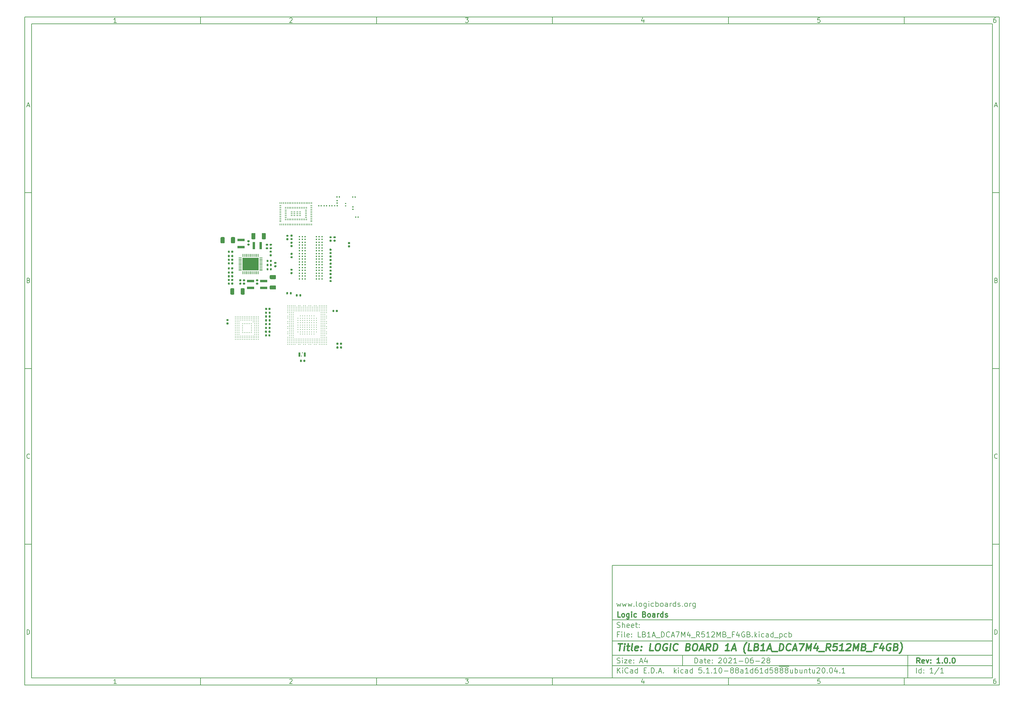
<source format=gbr>
%TF.GenerationSoftware,KiCad,Pcbnew,5.1.10-88a1d61d58~88~ubuntu20.04.1*%
%TF.CreationDate,2021-06-28T11:18:36+05:30*%
%TF.ProjectId,LB1A_DCA7M4_R512MB_F4GB,4c423141-5f44-4434-9137-4d345f523531,1.0.0*%
%TF.SameCoordinates,Original*%
%TF.FileFunction,Paste,Top*%
%TF.FilePolarity,Positive*%
%FSLAX46Y46*%
G04 Gerber Fmt 4.6, Leading zero omitted, Abs format (unit mm)*
G04 Created by KiCad (PCBNEW 5.1.10-88a1d61d58~88~ubuntu20.04.1) date 2021-06-28 11:18:36*
%MOMM*%
%LPD*%
G01*
G04 APERTURE LIST*
%ADD10C,0.100000*%
%ADD11C,0.150000*%
%ADD12C,0.300000*%
%ADD13C,0.400000*%
%ADD14R,0.250000X0.550000*%
%ADD15R,0.550000X0.250000*%
%ADD16C,0.240000*%
%ADD17C,0.410000*%
%ADD18R,0.150000X0.450000*%
%ADD19R,0.500000X1.200000*%
%ADD20R,0.200000X0.850000*%
%ADD21R,0.850000X0.200000*%
%ADD22R,4.600000X3.600000*%
%ADD23C,0.290000*%
%ADD24R,2.000000X0.800000*%
%ADD25R,0.800000X2.000000*%
G04 APERTURE END LIST*
D10*
D11*
X177002200Y-166007200D02*
X177002200Y-198007200D01*
X285002200Y-198007200D01*
X285002200Y-166007200D01*
X177002200Y-166007200D01*
D10*
D11*
X10000000Y-10000000D02*
X10000000Y-200007200D01*
X287002200Y-200007200D01*
X287002200Y-10000000D01*
X10000000Y-10000000D01*
D10*
D11*
X12000000Y-12000000D02*
X12000000Y-198007200D01*
X285002200Y-198007200D01*
X285002200Y-12000000D01*
X12000000Y-12000000D01*
D10*
D11*
X60000000Y-12000000D02*
X60000000Y-10000000D01*
D10*
D11*
X110000000Y-12000000D02*
X110000000Y-10000000D01*
D10*
D11*
X160000000Y-12000000D02*
X160000000Y-10000000D01*
D10*
D11*
X210000000Y-12000000D02*
X210000000Y-10000000D01*
D10*
D11*
X260000000Y-12000000D02*
X260000000Y-10000000D01*
D10*
D11*
X36065476Y-11588095D02*
X35322619Y-11588095D01*
X35694047Y-11588095D02*
X35694047Y-10288095D01*
X35570238Y-10473809D01*
X35446428Y-10597619D01*
X35322619Y-10659523D01*
D10*
D11*
X85322619Y-10411904D02*
X85384523Y-10350000D01*
X85508333Y-10288095D01*
X85817857Y-10288095D01*
X85941666Y-10350000D01*
X86003571Y-10411904D01*
X86065476Y-10535714D01*
X86065476Y-10659523D01*
X86003571Y-10845238D01*
X85260714Y-11588095D01*
X86065476Y-11588095D01*
D10*
D11*
X135260714Y-10288095D02*
X136065476Y-10288095D01*
X135632142Y-10783333D01*
X135817857Y-10783333D01*
X135941666Y-10845238D01*
X136003571Y-10907142D01*
X136065476Y-11030952D01*
X136065476Y-11340476D01*
X136003571Y-11464285D01*
X135941666Y-11526190D01*
X135817857Y-11588095D01*
X135446428Y-11588095D01*
X135322619Y-11526190D01*
X135260714Y-11464285D01*
D10*
D11*
X185941666Y-10721428D02*
X185941666Y-11588095D01*
X185632142Y-10226190D02*
X185322619Y-11154761D01*
X186127380Y-11154761D01*
D10*
D11*
X236003571Y-10288095D02*
X235384523Y-10288095D01*
X235322619Y-10907142D01*
X235384523Y-10845238D01*
X235508333Y-10783333D01*
X235817857Y-10783333D01*
X235941666Y-10845238D01*
X236003571Y-10907142D01*
X236065476Y-11030952D01*
X236065476Y-11340476D01*
X236003571Y-11464285D01*
X235941666Y-11526190D01*
X235817857Y-11588095D01*
X235508333Y-11588095D01*
X235384523Y-11526190D01*
X235322619Y-11464285D01*
D10*
D11*
X285941666Y-10288095D02*
X285694047Y-10288095D01*
X285570238Y-10350000D01*
X285508333Y-10411904D01*
X285384523Y-10597619D01*
X285322619Y-10845238D01*
X285322619Y-11340476D01*
X285384523Y-11464285D01*
X285446428Y-11526190D01*
X285570238Y-11588095D01*
X285817857Y-11588095D01*
X285941666Y-11526190D01*
X286003571Y-11464285D01*
X286065476Y-11340476D01*
X286065476Y-11030952D01*
X286003571Y-10907142D01*
X285941666Y-10845238D01*
X285817857Y-10783333D01*
X285570238Y-10783333D01*
X285446428Y-10845238D01*
X285384523Y-10907142D01*
X285322619Y-11030952D01*
D10*
D11*
X60000000Y-198007200D02*
X60000000Y-200007200D01*
D10*
D11*
X110000000Y-198007200D02*
X110000000Y-200007200D01*
D10*
D11*
X160000000Y-198007200D02*
X160000000Y-200007200D01*
D10*
D11*
X210000000Y-198007200D02*
X210000000Y-200007200D01*
D10*
D11*
X260000000Y-198007200D02*
X260000000Y-200007200D01*
D10*
D11*
X36065476Y-199595295D02*
X35322619Y-199595295D01*
X35694047Y-199595295D02*
X35694047Y-198295295D01*
X35570238Y-198481009D01*
X35446428Y-198604819D01*
X35322619Y-198666723D01*
D10*
D11*
X85322619Y-198419104D02*
X85384523Y-198357200D01*
X85508333Y-198295295D01*
X85817857Y-198295295D01*
X85941666Y-198357200D01*
X86003571Y-198419104D01*
X86065476Y-198542914D01*
X86065476Y-198666723D01*
X86003571Y-198852438D01*
X85260714Y-199595295D01*
X86065476Y-199595295D01*
D10*
D11*
X135260714Y-198295295D02*
X136065476Y-198295295D01*
X135632142Y-198790533D01*
X135817857Y-198790533D01*
X135941666Y-198852438D01*
X136003571Y-198914342D01*
X136065476Y-199038152D01*
X136065476Y-199347676D01*
X136003571Y-199471485D01*
X135941666Y-199533390D01*
X135817857Y-199595295D01*
X135446428Y-199595295D01*
X135322619Y-199533390D01*
X135260714Y-199471485D01*
D10*
D11*
X185941666Y-198728628D02*
X185941666Y-199595295D01*
X185632142Y-198233390D02*
X185322619Y-199161961D01*
X186127380Y-199161961D01*
D10*
D11*
X236003571Y-198295295D02*
X235384523Y-198295295D01*
X235322619Y-198914342D01*
X235384523Y-198852438D01*
X235508333Y-198790533D01*
X235817857Y-198790533D01*
X235941666Y-198852438D01*
X236003571Y-198914342D01*
X236065476Y-199038152D01*
X236065476Y-199347676D01*
X236003571Y-199471485D01*
X235941666Y-199533390D01*
X235817857Y-199595295D01*
X235508333Y-199595295D01*
X235384523Y-199533390D01*
X235322619Y-199471485D01*
D10*
D11*
X285941666Y-198295295D02*
X285694047Y-198295295D01*
X285570238Y-198357200D01*
X285508333Y-198419104D01*
X285384523Y-198604819D01*
X285322619Y-198852438D01*
X285322619Y-199347676D01*
X285384523Y-199471485D01*
X285446428Y-199533390D01*
X285570238Y-199595295D01*
X285817857Y-199595295D01*
X285941666Y-199533390D01*
X286003571Y-199471485D01*
X286065476Y-199347676D01*
X286065476Y-199038152D01*
X286003571Y-198914342D01*
X285941666Y-198852438D01*
X285817857Y-198790533D01*
X285570238Y-198790533D01*
X285446428Y-198852438D01*
X285384523Y-198914342D01*
X285322619Y-199038152D01*
D10*
D11*
X10000000Y-60000000D02*
X12000000Y-60000000D01*
D10*
D11*
X10000000Y-110000000D02*
X12000000Y-110000000D01*
D10*
D11*
X10000000Y-160000000D02*
X12000000Y-160000000D01*
D10*
D11*
X10690476Y-35216666D02*
X11309523Y-35216666D01*
X10566666Y-35588095D02*
X11000000Y-34288095D01*
X11433333Y-35588095D01*
D10*
D11*
X11092857Y-84907142D02*
X11278571Y-84969047D01*
X11340476Y-85030952D01*
X11402380Y-85154761D01*
X11402380Y-85340476D01*
X11340476Y-85464285D01*
X11278571Y-85526190D01*
X11154761Y-85588095D01*
X10659523Y-85588095D01*
X10659523Y-84288095D01*
X11092857Y-84288095D01*
X11216666Y-84350000D01*
X11278571Y-84411904D01*
X11340476Y-84535714D01*
X11340476Y-84659523D01*
X11278571Y-84783333D01*
X11216666Y-84845238D01*
X11092857Y-84907142D01*
X10659523Y-84907142D01*
D10*
D11*
X11402380Y-135464285D02*
X11340476Y-135526190D01*
X11154761Y-135588095D01*
X11030952Y-135588095D01*
X10845238Y-135526190D01*
X10721428Y-135402380D01*
X10659523Y-135278571D01*
X10597619Y-135030952D01*
X10597619Y-134845238D01*
X10659523Y-134597619D01*
X10721428Y-134473809D01*
X10845238Y-134350000D01*
X11030952Y-134288095D01*
X11154761Y-134288095D01*
X11340476Y-134350000D01*
X11402380Y-134411904D01*
D10*
D11*
X10659523Y-185588095D02*
X10659523Y-184288095D01*
X10969047Y-184288095D01*
X11154761Y-184350000D01*
X11278571Y-184473809D01*
X11340476Y-184597619D01*
X11402380Y-184845238D01*
X11402380Y-185030952D01*
X11340476Y-185278571D01*
X11278571Y-185402380D01*
X11154761Y-185526190D01*
X10969047Y-185588095D01*
X10659523Y-185588095D01*
D10*
D11*
X287002200Y-60000000D02*
X285002200Y-60000000D01*
D10*
D11*
X287002200Y-110000000D02*
X285002200Y-110000000D01*
D10*
D11*
X287002200Y-160000000D02*
X285002200Y-160000000D01*
D10*
D11*
X285692676Y-35216666D02*
X286311723Y-35216666D01*
X285568866Y-35588095D02*
X286002200Y-34288095D01*
X286435533Y-35588095D01*
D10*
D11*
X286095057Y-84907142D02*
X286280771Y-84969047D01*
X286342676Y-85030952D01*
X286404580Y-85154761D01*
X286404580Y-85340476D01*
X286342676Y-85464285D01*
X286280771Y-85526190D01*
X286156961Y-85588095D01*
X285661723Y-85588095D01*
X285661723Y-84288095D01*
X286095057Y-84288095D01*
X286218866Y-84350000D01*
X286280771Y-84411904D01*
X286342676Y-84535714D01*
X286342676Y-84659523D01*
X286280771Y-84783333D01*
X286218866Y-84845238D01*
X286095057Y-84907142D01*
X285661723Y-84907142D01*
D10*
D11*
X286404580Y-135464285D02*
X286342676Y-135526190D01*
X286156961Y-135588095D01*
X286033152Y-135588095D01*
X285847438Y-135526190D01*
X285723628Y-135402380D01*
X285661723Y-135278571D01*
X285599819Y-135030952D01*
X285599819Y-134845238D01*
X285661723Y-134597619D01*
X285723628Y-134473809D01*
X285847438Y-134350000D01*
X286033152Y-134288095D01*
X286156961Y-134288095D01*
X286342676Y-134350000D01*
X286404580Y-134411904D01*
D10*
D11*
X285661723Y-185588095D02*
X285661723Y-184288095D01*
X285971247Y-184288095D01*
X286156961Y-184350000D01*
X286280771Y-184473809D01*
X286342676Y-184597619D01*
X286404580Y-184845238D01*
X286404580Y-185030952D01*
X286342676Y-185278571D01*
X286280771Y-185402380D01*
X286156961Y-185526190D01*
X285971247Y-185588095D01*
X285661723Y-185588095D01*
D10*
D11*
X200434342Y-193785771D02*
X200434342Y-192285771D01*
X200791485Y-192285771D01*
X201005771Y-192357200D01*
X201148628Y-192500057D01*
X201220057Y-192642914D01*
X201291485Y-192928628D01*
X201291485Y-193142914D01*
X201220057Y-193428628D01*
X201148628Y-193571485D01*
X201005771Y-193714342D01*
X200791485Y-193785771D01*
X200434342Y-193785771D01*
X202577200Y-193785771D02*
X202577200Y-193000057D01*
X202505771Y-192857200D01*
X202362914Y-192785771D01*
X202077200Y-192785771D01*
X201934342Y-192857200D01*
X202577200Y-193714342D02*
X202434342Y-193785771D01*
X202077200Y-193785771D01*
X201934342Y-193714342D01*
X201862914Y-193571485D01*
X201862914Y-193428628D01*
X201934342Y-193285771D01*
X202077200Y-193214342D01*
X202434342Y-193214342D01*
X202577200Y-193142914D01*
X203077200Y-192785771D02*
X203648628Y-192785771D01*
X203291485Y-192285771D02*
X203291485Y-193571485D01*
X203362914Y-193714342D01*
X203505771Y-193785771D01*
X203648628Y-193785771D01*
X204720057Y-193714342D02*
X204577200Y-193785771D01*
X204291485Y-193785771D01*
X204148628Y-193714342D01*
X204077200Y-193571485D01*
X204077200Y-193000057D01*
X204148628Y-192857200D01*
X204291485Y-192785771D01*
X204577200Y-192785771D01*
X204720057Y-192857200D01*
X204791485Y-193000057D01*
X204791485Y-193142914D01*
X204077200Y-193285771D01*
X205434342Y-193642914D02*
X205505771Y-193714342D01*
X205434342Y-193785771D01*
X205362914Y-193714342D01*
X205434342Y-193642914D01*
X205434342Y-193785771D01*
X205434342Y-192857200D02*
X205505771Y-192928628D01*
X205434342Y-193000057D01*
X205362914Y-192928628D01*
X205434342Y-192857200D01*
X205434342Y-193000057D01*
X207220057Y-192428628D02*
X207291485Y-192357200D01*
X207434342Y-192285771D01*
X207791485Y-192285771D01*
X207934342Y-192357200D01*
X208005771Y-192428628D01*
X208077200Y-192571485D01*
X208077200Y-192714342D01*
X208005771Y-192928628D01*
X207148628Y-193785771D01*
X208077200Y-193785771D01*
X209005771Y-192285771D02*
X209148628Y-192285771D01*
X209291485Y-192357200D01*
X209362914Y-192428628D01*
X209434342Y-192571485D01*
X209505771Y-192857200D01*
X209505771Y-193214342D01*
X209434342Y-193500057D01*
X209362914Y-193642914D01*
X209291485Y-193714342D01*
X209148628Y-193785771D01*
X209005771Y-193785771D01*
X208862914Y-193714342D01*
X208791485Y-193642914D01*
X208720057Y-193500057D01*
X208648628Y-193214342D01*
X208648628Y-192857200D01*
X208720057Y-192571485D01*
X208791485Y-192428628D01*
X208862914Y-192357200D01*
X209005771Y-192285771D01*
X210077200Y-192428628D02*
X210148628Y-192357200D01*
X210291485Y-192285771D01*
X210648628Y-192285771D01*
X210791485Y-192357200D01*
X210862914Y-192428628D01*
X210934342Y-192571485D01*
X210934342Y-192714342D01*
X210862914Y-192928628D01*
X210005771Y-193785771D01*
X210934342Y-193785771D01*
X212362914Y-193785771D02*
X211505771Y-193785771D01*
X211934342Y-193785771D02*
X211934342Y-192285771D01*
X211791485Y-192500057D01*
X211648628Y-192642914D01*
X211505771Y-192714342D01*
X213005771Y-193214342D02*
X214148628Y-193214342D01*
X215148628Y-192285771D02*
X215291485Y-192285771D01*
X215434342Y-192357200D01*
X215505771Y-192428628D01*
X215577200Y-192571485D01*
X215648628Y-192857200D01*
X215648628Y-193214342D01*
X215577200Y-193500057D01*
X215505771Y-193642914D01*
X215434342Y-193714342D01*
X215291485Y-193785771D01*
X215148628Y-193785771D01*
X215005771Y-193714342D01*
X214934342Y-193642914D01*
X214862914Y-193500057D01*
X214791485Y-193214342D01*
X214791485Y-192857200D01*
X214862914Y-192571485D01*
X214934342Y-192428628D01*
X215005771Y-192357200D01*
X215148628Y-192285771D01*
X216934342Y-192285771D02*
X216648628Y-192285771D01*
X216505771Y-192357200D01*
X216434342Y-192428628D01*
X216291485Y-192642914D01*
X216220057Y-192928628D01*
X216220057Y-193500057D01*
X216291485Y-193642914D01*
X216362914Y-193714342D01*
X216505771Y-193785771D01*
X216791485Y-193785771D01*
X216934342Y-193714342D01*
X217005771Y-193642914D01*
X217077200Y-193500057D01*
X217077200Y-193142914D01*
X217005771Y-193000057D01*
X216934342Y-192928628D01*
X216791485Y-192857200D01*
X216505771Y-192857200D01*
X216362914Y-192928628D01*
X216291485Y-193000057D01*
X216220057Y-193142914D01*
X217720057Y-193214342D02*
X218862914Y-193214342D01*
X219505771Y-192428628D02*
X219577200Y-192357200D01*
X219720057Y-192285771D01*
X220077200Y-192285771D01*
X220220057Y-192357200D01*
X220291485Y-192428628D01*
X220362914Y-192571485D01*
X220362914Y-192714342D01*
X220291485Y-192928628D01*
X219434342Y-193785771D01*
X220362914Y-193785771D01*
X221220057Y-192928628D02*
X221077200Y-192857200D01*
X221005771Y-192785771D01*
X220934342Y-192642914D01*
X220934342Y-192571485D01*
X221005771Y-192428628D01*
X221077200Y-192357200D01*
X221220057Y-192285771D01*
X221505771Y-192285771D01*
X221648628Y-192357200D01*
X221720057Y-192428628D01*
X221791485Y-192571485D01*
X221791485Y-192642914D01*
X221720057Y-192785771D01*
X221648628Y-192857200D01*
X221505771Y-192928628D01*
X221220057Y-192928628D01*
X221077200Y-193000057D01*
X221005771Y-193071485D01*
X220934342Y-193214342D01*
X220934342Y-193500057D01*
X221005771Y-193642914D01*
X221077200Y-193714342D01*
X221220057Y-193785771D01*
X221505771Y-193785771D01*
X221648628Y-193714342D01*
X221720057Y-193642914D01*
X221791485Y-193500057D01*
X221791485Y-193214342D01*
X221720057Y-193071485D01*
X221648628Y-193000057D01*
X221505771Y-192928628D01*
D10*
D11*
X177002200Y-194507200D02*
X285002200Y-194507200D01*
D10*
D11*
X178434342Y-196585771D02*
X178434342Y-195085771D01*
X179291485Y-196585771D02*
X178648628Y-195728628D01*
X179291485Y-195085771D02*
X178434342Y-195942914D01*
X179934342Y-196585771D02*
X179934342Y-195585771D01*
X179934342Y-195085771D02*
X179862914Y-195157200D01*
X179934342Y-195228628D01*
X180005771Y-195157200D01*
X179934342Y-195085771D01*
X179934342Y-195228628D01*
X181505771Y-196442914D02*
X181434342Y-196514342D01*
X181220057Y-196585771D01*
X181077200Y-196585771D01*
X180862914Y-196514342D01*
X180720057Y-196371485D01*
X180648628Y-196228628D01*
X180577200Y-195942914D01*
X180577200Y-195728628D01*
X180648628Y-195442914D01*
X180720057Y-195300057D01*
X180862914Y-195157200D01*
X181077200Y-195085771D01*
X181220057Y-195085771D01*
X181434342Y-195157200D01*
X181505771Y-195228628D01*
X182791485Y-196585771D02*
X182791485Y-195800057D01*
X182720057Y-195657200D01*
X182577200Y-195585771D01*
X182291485Y-195585771D01*
X182148628Y-195657200D01*
X182791485Y-196514342D02*
X182648628Y-196585771D01*
X182291485Y-196585771D01*
X182148628Y-196514342D01*
X182077200Y-196371485D01*
X182077200Y-196228628D01*
X182148628Y-196085771D01*
X182291485Y-196014342D01*
X182648628Y-196014342D01*
X182791485Y-195942914D01*
X184148628Y-196585771D02*
X184148628Y-195085771D01*
X184148628Y-196514342D02*
X184005771Y-196585771D01*
X183720057Y-196585771D01*
X183577200Y-196514342D01*
X183505771Y-196442914D01*
X183434342Y-196300057D01*
X183434342Y-195871485D01*
X183505771Y-195728628D01*
X183577200Y-195657200D01*
X183720057Y-195585771D01*
X184005771Y-195585771D01*
X184148628Y-195657200D01*
X186005771Y-195800057D02*
X186505771Y-195800057D01*
X186720057Y-196585771D02*
X186005771Y-196585771D01*
X186005771Y-195085771D01*
X186720057Y-195085771D01*
X187362914Y-196442914D02*
X187434342Y-196514342D01*
X187362914Y-196585771D01*
X187291485Y-196514342D01*
X187362914Y-196442914D01*
X187362914Y-196585771D01*
X188077200Y-196585771D02*
X188077200Y-195085771D01*
X188434342Y-195085771D01*
X188648628Y-195157200D01*
X188791485Y-195300057D01*
X188862914Y-195442914D01*
X188934342Y-195728628D01*
X188934342Y-195942914D01*
X188862914Y-196228628D01*
X188791485Y-196371485D01*
X188648628Y-196514342D01*
X188434342Y-196585771D01*
X188077200Y-196585771D01*
X189577200Y-196442914D02*
X189648628Y-196514342D01*
X189577200Y-196585771D01*
X189505771Y-196514342D01*
X189577200Y-196442914D01*
X189577200Y-196585771D01*
X190220057Y-196157200D02*
X190934342Y-196157200D01*
X190077200Y-196585771D02*
X190577200Y-195085771D01*
X191077200Y-196585771D01*
X191577200Y-196442914D02*
X191648628Y-196514342D01*
X191577200Y-196585771D01*
X191505771Y-196514342D01*
X191577200Y-196442914D01*
X191577200Y-196585771D01*
X194577200Y-196585771D02*
X194577200Y-195085771D01*
X194720057Y-196014342D02*
X195148628Y-196585771D01*
X195148628Y-195585771D02*
X194577200Y-196157200D01*
X195791485Y-196585771D02*
X195791485Y-195585771D01*
X195791485Y-195085771D02*
X195720057Y-195157200D01*
X195791485Y-195228628D01*
X195862914Y-195157200D01*
X195791485Y-195085771D01*
X195791485Y-195228628D01*
X197148628Y-196514342D02*
X197005771Y-196585771D01*
X196720057Y-196585771D01*
X196577200Y-196514342D01*
X196505771Y-196442914D01*
X196434342Y-196300057D01*
X196434342Y-195871485D01*
X196505771Y-195728628D01*
X196577200Y-195657200D01*
X196720057Y-195585771D01*
X197005771Y-195585771D01*
X197148628Y-195657200D01*
X198434342Y-196585771D02*
X198434342Y-195800057D01*
X198362914Y-195657200D01*
X198220057Y-195585771D01*
X197934342Y-195585771D01*
X197791485Y-195657200D01*
X198434342Y-196514342D02*
X198291485Y-196585771D01*
X197934342Y-196585771D01*
X197791485Y-196514342D01*
X197720057Y-196371485D01*
X197720057Y-196228628D01*
X197791485Y-196085771D01*
X197934342Y-196014342D01*
X198291485Y-196014342D01*
X198434342Y-195942914D01*
X199791485Y-196585771D02*
X199791485Y-195085771D01*
X199791485Y-196514342D02*
X199648628Y-196585771D01*
X199362914Y-196585771D01*
X199220057Y-196514342D01*
X199148628Y-196442914D01*
X199077200Y-196300057D01*
X199077200Y-195871485D01*
X199148628Y-195728628D01*
X199220057Y-195657200D01*
X199362914Y-195585771D01*
X199648628Y-195585771D01*
X199791485Y-195657200D01*
X202362914Y-195085771D02*
X201648628Y-195085771D01*
X201577200Y-195800057D01*
X201648628Y-195728628D01*
X201791485Y-195657200D01*
X202148628Y-195657200D01*
X202291485Y-195728628D01*
X202362914Y-195800057D01*
X202434342Y-195942914D01*
X202434342Y-196300057D01*
X202362914Y-196442914D01*
X202291485Y-196514342D01*
X202148628Y-196585771D01*
X201791485Y-196585771D01*
X201648628Y-196514342D01*
X201577200Y-196442914D01*
X203077200Y-196442914D02*
X203148628Y-196514342D01*
X203077200Y-196585771D01*
X203005771Y-196514342D01*
X203077200Y-196442914D01*
X203077200Y-196585771D01*
X204577200Y-196585771D02*
X203720057Y-196585771D01*
X204148628Y-196585771D02*
X204148628Y-195085771D01*
X204005771Y-195300057D01*
X203862914Y-195442914D01*
X203720057Y-195514342D01*
X205220057Y-196442914D02*
X205291485Y-196514342D01*
X205220057Y-196585771D01*
X205148628Y-196514342D01*
X205220057Y-196442914D01*
X205220057Y-196585771D01*
X206720057Y-196585771D02*
X205862914Y-196585771D01*
X206291485Y-196585771D02*
X206291485Y-195085771D01*
X206148628Y-195300057D01*
X206005771Y-195442914D01*
X205862914Y-195514342D01*
X207648628Y-195085771D02*
X207791485Y-195085771D01*
X207934342Y-195157200D01*
X208005771Y-195228628D01*
X208077200Y-195371485D01*
X208148628Y-195657200D01*
X208148628Y-196014342D01*
X208077200Y-196300057D01*
X208005771Y-196442914D01*
X207934342Y-196514342D01*
X207791485Y-196585771D01*
X207648628Y-196585771D01*
X207505771Y-196514342D01*
X207434342Y-196442914D01*
X207362914Y-196300057D01*
X207291485Y-196014342D01*
X207291485Y-195657200D01*
X207362914Y-195371485D01*
X207434342Y-195228628D01*
X207505771Y-195157200D01*
X207648628Y-195085771D01*
X208791485Y-196014342D02*
X209934342Y-196014342D01*
X210862914Y-195728628D02*
X210720057Y-195657200D01*
X210648628Y-195585771D01*
X210577200Y-195442914D01*
X210577200Y-195371485D01*
X210648628Y-195228628D01*
X210720057Y-195157200D01*
X210862914Y-195085771D01*
X211148628Y-195085771D01*
X211291485Y-195157200D01*
X211362914Y-195228628D01*
X211434342Y-195371485D01*
X211434342Y-195442914D01*
X211362914Y-195585771D01*
X211291485Y-195657200D01*
X211148628Y-195728628D01*
X210862914Y-195728628D01*
X210720057Y-195800057D01*
X210648628Y-195871485D01*
X210577200Y-196014342D01*
X210577200Y-196300057D01*
X210648628Y-196442914D01*
X210720057Y-196514342D01*
X210862914Y-196585771D01*
X211148628Y-196585771D01*
X211291485Y-196514342D01*
X211362914Y-196442914D01*
X211434342Y-196300057D01*
X211434342Y-196014342D01*
X211362914Y-195871485D01*
X211291485Y-195800057D01*
X211148628Y-195728628D01*
X212291485Y-195728628D02*
X212148628Y-195657200D01*
X212077200Y-195585771D01*
X212005771Y-195442914D01*
X212005771Y-195371485D01*
X212077200Y-195228628D01*
X212148628Y-195157200D01*
X212291485Y-195085771D01*
X212577200Y-195085771D01*
X212720057Y-195157200D01*
X212791485Y-195228628D01*
X212862914Y-195371485D01*
X212862914Y-195442914D01*
X212791485Y-195585771D01*
X212720057Y-195657200D01*
X212577200Y-195728628D01*
X212291485Y-195728628D01*
X212148628Y-195800057D01*
X212077200Y-195871485D01*
X212005771Y-196014342D01*
X212005771Y-196300057D01*
X212077200Y-196442914D01*
X212148628Y-196514342D01*
X212291485Y-196585771D01*
X212577200Y-196585771D01*
X212720057Y-196514342D01*
X212791485Y-196442914D01*
X212862914Y-196300057D01*
X212862914Y-196014342D01*
X212791485Y-195871485D01*
X212720057Y-195800057D01*
X212577200Y-195728628D01*
X214148628Y-196585771D02*
X214148628Y-195800057D01*
X214077200Y-195657200D01*
X213934342Y-195585771D01*
X213648628Y-195585771D01*
X213505771Y-195657200D01*
X214148628Y-196514342D02*
X214005771Y-196585771D01*
X213648628Y-196585771D01*
X213505771Y-196514342D01*
X213434342Y-196371485D01*
X213434342Y-196228628D01*
X213505771Y-196085771D01*
X213648628Y-196014342D01*
X214005771Y-196014342D01*
X214148628Y-195942914D01*
X215648628Y-196585771D02*
X214791485Y-196585771D01*
X215220057Y-196585771D02*
X215220057Y-195085771D01*
X215077200Y-195300057D01*
X214934342Y-195442914D01*
X214791485Y-195514342D01*
X216934342Y-196585771D02*
X216934342Y-195085771D01*
X216934342Y-196514342D02*
X216791485Y-196585771D01*
X216505771Y-196585771D01*
X216362914Y-196514342D01*
X216291485Y-196442914D01*
X216220057Y-196300057D01*
X216220057Y-195871485D01*
X216291485Y-195728628D01*
X216362914Y-195657200D01*
X216505771Y-195585771D01*
X216791485Y-195585771D01*
X216934342Y-195657200D01*
X218291485Y-195085771D02*
X218005771Y-195085771D01*
X217862914Y-195157200D01*
X217791485Y-195228628D01*
X217648628Y-195442914D01*
X217577200Y-195728628D01*
X217577200Y-196300057D01*
X217648628Y-196442914D01*
X217720057Y-196514342D01*
X217862914Y-196585771D01*
X218148628Y-196585771D01*
X218291485Y-196514342D01*
X218362914Y-196442914D01*
X218434342Y-196300057D01*
X218434342Y-195942914D01*
X218362914Y-195800057D01*
X218291485Y-195728628D01*
X218148628Y-195657200D01*
X217862914Y-195657200D01*
X217720057Y-195728628D01*
X217648628Y-195800057D01*
X217577200Y-195942914D01*
X219862914Y-196585771D02*
X219005771Y-196585771D01*
X219434342Y-196585771D02*
X219434342Y-195085771D01*
X219291485Y-195300057D01*
X219148628Y-195442914D01*
X219005771Y-195514342D01*
X221148628Y-196585771D02*
X221148628Y-195085771D01*
X221148628Y-196514342D02*
X221005771Y-196585771D01*
X220720057Y-196585771D01*
X220577200Y-196514342D01*
X220505771Y-196442914D01*
X220434342Y-196300057D01*
X220434342Y-195871485D01*
X220505771Y-195728628D01*
X220577200Y-195657200D01*
X220720057Y-195585771D01*
X221005771Y-195585771D01*
X221148628Y-195657200D01*
X222577200Y-195085771D02*
X221862914Y-195085771D01*
X221791485Y-195800057D01*
X221862914Y-195728628D01*
X222005771Y-195657200D01*
X222362914Y-195657200D01*
X222505771Y-195728628D01*
X222577200Y-195800057D01*
X222648628Y-195942914D01*
X222648628Y-196300057D01*
X222577200Y-196442914D01*
X222505771Y-196514342D01*
X222362914Y-196585771D01*
X222005771Y-196585771D01*
X221862914Y-196514342D01*
X221791485Y-196442914D01*
X223505771Y-195728628D02*
X223362914Y-195657200D01*
X223291485Y-195585771D01*
X223220057Y-195442914D01*
X223220057Y-195371485D01*
X223291485Y-195228628D01*
X223362914Y-195157200D01*
X223505771Y-195085771D01*
X223791485Y-195085771D01*
X223934342Y-195157200D01*
X224005771Y-195228628D01*
X224077200Y-195371485D01*
X224077200Y-195442914D01*
X224005771Y-195585771D01*
X223934342Y-195657200D01*
X223791485Y-195728628D01*
X223505771Y-195728628D01*
X223362914Y-195800057D01*
X223291485Y-195871485D01*
X223220057Y-196014342D01*
X223220057Y-196300057D01*
X223291485Y-196442914D01*
X223362914Y-196514342D01*
X223505771Y-196585771D01*
X223791485Y-196585771D01*
X223934342Y-196514342D01*
X224005771Y-196442914D01*
X224077200Y-196300057D01*
X224077200Y-196014342D01*
X224005771Y-195871485D01*
X223934342Y-195800057D01*
X223791485Y-195728628D01*
X224362914Y-194677200D02*
X225791485Y-194677200D01*
X224934342Y-195728628D02*
X224791485Y-195657200D01*
X224720057Y-195585771D01*
X224648628Y-195442914D01*
X224648628Y-195371485D01*
X224720057Y-195228628D01*
X224791485Y-195157200D01*
X224934342Y-195085771D01*
X225220057Y-195085771D01*
X225362914Y-195157200D01*
X225434342Y-195228628D01*
X225505771Y-195371485D01*
X225505771Y-195442914D01*
X225434342Y-195585771D01*
X225362914Y-195657200D01*
X225220057Y-195728628D01*
X224934342Y-195728628D01*
X224791485Y-195800057D01*
X224720057Y-195871485D01*
X224648628Y-196014342D01*
X224648628Y-196300057D01*
X224720057Y-196442914D01*
X224791485Y-196514342D01*
X224934342Y-196585771D01*
X225220057Y-196585771D01*
X225362914Y-196514342D01*
X225434342Y-196442914D01*
X225505771Y-196300057D01*
X225505771Y-196014342D01*
X225434342Y-195871485D01*
X225362914Y-195800057D01*
X225220057Y-195728628D01*
X225791485Y-194677200D02*
X227220057Y-194677200D01*
X226362914Y-195728628D02*
X226220057Y-195657200D01*
X226148628Y-195585771D01*
X226077199Y-195442914D01*
X226077199Y-195371485D01*
X226148628Y-195228628D01*
X226220057Y-195157200D01*
X226362914Y-195085771D01*
X226648628Y-195085771D01*
X226791485Y-195157200D01*
X226862914Y-195228628D01*
X226934342Y-195371485D01*
X226934342Y-195442914D01*
X226862914Y-195585771D01*
X226791485Y-195657200D01*
X226648628Y-195728628D01*
X226362914Y-195728628D01*
X226220057Y-195800057D01*
X226148628Y-195871485D01*
X226077199Y-196014342D01*
X226077199Y-196300057D01*
X226148628Y-196442914D01*
X226220057Y-196514342D01*
X226362914Y-196585771D01*
X226648628Y-196585771D01*
X226791485Y-196514342D01*
X226862914Y-196442914D01*
X226934342Y-196300057D01*
X226934342Y-196014342D01*
X226862914Y-195871485D01*
X226791485Y-195800057D01*
X226648628Y-195728628D01*
X228220057Y-195585771D02*
X228220057Y-196585771D01*
X227577199Y-195585771D02*
X227577199Y-196371485D01*
X227648628Y-196514342D01*
X227791485Y-196585771D01*
X228005771Y-196585771D01*
X228148628Y-196514342D01*
X228220057Y-196442914D01*
X228934342Y-196585771D02*
X228934342Y-195085771D01*
X228934342Y-195657200D02*
X229077199Y-195585771D01*
X229362914Y-195585771D01*
X229505771Y-195657200D01*
X229577199Y-195728628D01*
X229648628Y-195871485D01*
X229648628Y-196300057D01*
X229577199Y-196442914D01*
X229505771Y-196514342D01*
X229362914Y-196585771D01*
X229077199Y-196585771D01*
X228934342Y-196514342D01*
X230934342Y-195585771D02*
X230934342Y-196585771D01*
X230291485Y-195585771D02*
X230291485Y-196371485D01*
X230362914Y-196514342D01*
X230505771Y-196585771D01*
X230720057Y-196585771D01*
X230862914Y-196514342D01*
X230934342Y-196442914D01*
X231648628Y-195585771D02*
X231648628Y-196585771D01*
X231648628Y-195728628D02*
X231720057Y-195657200D01*
X231862914Y-195585771D01*
X232077199Y-195585771D01*
X232220057Y-195657200D01*
X232291485Y-195800057D01*
X232291485Y-196585771D01*
X232791485Y-195585771D02*
X233362914Y-195585771D01*
X233005771Y-195085771D02*
X233005771Y-196371485D01*
X233077199Y-196514342D01*
X233220057Y-196585771D01*
X233362914Y-196585771D01*
X234505771Y-195585771D02*
X234505771Y-196585771D01*
X233862914Y-195585771D02*
X233862914Y-196371485D01*
X233934342Y-196514342D01*
X234077200Y-196585771D01*
X234291485Y-196585771D01*
X234434342Y-196514342D01*
X234505771Y-196442914D01*
X235148628Y-195228628D02*
X235220057Y-195157200D01*
X235362914Y-195085771D01*
X235720057Y-195085771D01*
X235862914Y-195157200D01*
X235934342Y-195228628D01*
X236005771Y-195371485D01*
X236005771Y-195514342D01*
X235934342Y-195728628D01*
X235077200Y-196585771D01*
X236005771Y-196585771D01*
X236934342Y-195085771D02*
X237077199Y-195085771D01*
X237220057Y-195157200D01*
X237291485Y-195228628D01*
X237362914Y-195371485D01*
X237434342Y-195657200D01*
X237434342Y-196014342D01*
X237362914Y-196300057D01*
X237291485Y-196442914D01*
X237220057Y-196514342D01*
X237077199Y-196585771D01*
X236934342Y-196585771D01*
X236791485Y-196514342D01*
X236720057Y-196442914D01*
X236648628Y-196300057D01*
X236577199Y-196014342D01*
X236577199Y-195657200D01*
X236648628Y-195371485D01*
X236720057Y-195228628D01*
X236791485Y-195157200D01*
X236934342Y-195085771D01*
X238077199Y-196442914D02*
X238148628Y-196514342D01*
X238077199Y-196585771D01*
X238005771Y-196514342D01*
X238077199Y-196442914D01*
X238077199Y-196585771D01*
X239077199Y-195085771D02*
X239220057Y-195085771D01*
X239362914Y-195157200D01*
X239434342Y-195228628D01*
X239505771Y-195371485D01*
X239577199Y-195657200D01*
X239577199Y-196014342D01*
X239505771Y-196300057D01*
X239434342Y-196442914D01*
X239362914Y-196514342D01*
X239220057Y-196585771D01*
X239077199Y-196585771D01*
X238934342Y-196514342D01*
X238862914Y-196442914D01*
X238791485Y-196300057D01*
X238720057Y-196014342D01*
X238720057Y-195657200D01*
X238791485Y-195371485D01*
X238862914Y-195228628D01*
X238934342Y-195157200D01*
X239077199Y-195085771D01*
X240862914Y-195585771D02*
X240862914Y-196585771D01*
X240505771Y-195014342D02*
X240148628Y-196085771D01*
X241077199Y-196085771D01*
X241648628Y-196442914D02*
X241720057Y-196514342D01*
X241648628Y-196585771D01*
X241577199Y-196514342D01*
X241648628Y-196442914D01*
X241648628Y-196585771D01*
X243148628Y-196585771D02*
X242291485Y-196585771D01*
X242720057Y-196585771D02*
X242720057Y-195085771D01*
X242577199Y-195300057D01*
X242434342Y-195442914D01*
X242291485Y-195514342D01*
D10*
D11*
X177002200Y-191507200D02*
X285002200Y-191507200D01*
D10*
D12*
X264411485Y-193785771D02*
X263911485Y-193071485D01*
X263554342Y-193785771D02*
X263554342Y-192285771D01*
X264125771Y-192285771D01*
X264268628Y-192357200D01*
X264340057Y-192428628D01*
X264411485Y-192571485D01*
X264411485Y-192785771D01*
X264340057Y-192928628D01*
X264268628Y-193000057D01*
X264125771Y-193071485D01*
X263554342Y-193071485D01*
X265625771Y-193714342D02*
X265482914Y-193785771D01*
X265197200Y-193785771D01*
X265054342Y-193714342D01*
X264982914Y-193571485D01*
X264982914Y-193000057D01*
X265054342Y-192857200D01*
X265197200Y-192785771D01*
X265482914Y-192785771D01*
X265625771Y-192857200D01*
X265697200Y-193000057D01*
X265697200Y-193142914D01*
X264982914Y-193285771D01*
X266197200Y-192785771D02*
X266554342Y-193785771D01*
X266911485Y-192785771D01*
X267482914Y-193642914D02*
X267554342Y-193714342D01*
X267482914Y-193785771D01*
X267411485Y-193714342D01*
X267482914Y-193642914D01*
X267482914Y-193785771D01*
X267482914Y-192857200D02*
X267554342Y-192928628D01*
X267482914Y-193000057D01*
X267411485Y-192928628D01*
X267482914Y-192857200D01*
X267482914Y-193000057D01*
X270125771Y-193785771D02*
X269268628Y-193785771D01*
X269697200Y-193785771D02*
X269697200Y-192285771D01*
X269554342Y-192500057D01*
X269411485Y-192642914D01*
X269268628Y-192714342D01*
X270768628Y-193642914D02*
X270840057Y-193714342D01*
X270768628Y-193785771D01*
X270697200Y-193714342D01*
X270768628Y-193642914D01*
X270768628Y-193785771D01*
X271768628Y-192285771D02*
X271911485Y-192285771D01*
X272054342Y-192357200D01*
X272125771Y-192428628D01*
X272197200Y-192571485D01*
X272268628Y-192857200D01*
X272268628Y-193214342D01*
X272197200Y-193500057D01*
X272125771Y-193642914D01*
X272054342Y-193714342D01*
X271911485Y-193785771D01*
X271768628Y-193785771D01*
X271625771Y-193714342D01*
X271554342Y-193642914D01*
X271482914Y-193500057D01*
X271411485Y-193214342D01*
X271411485Y-192857200D01*
X271482914Y-192571485D01*
X271554342Y-192428628D01*
X271625771Y-192357200D01*
X271768628Y-192285771D01*
X272911485Y-193642914D02*
X272982914Y-193714342D01*
X272911485Y-193785771D01*
X272840057Y-193714342D01*
X272911485Y-193642914D01*
X272911485Y-193785771D01*
X273911485Y-192285771D02*
X274054342Y-192285771D01*
X274197200Y-192357200D01*
X274268628Y-192428628D01*
X274340057Y-192571485D01*
X274411485Y-192857200D01*
X274411485Y-193214342D01*
X274340057Y-193500057D01*
X274268628Y-193642914D01*
X274197200Y-193714342D01*
X274054342Y-193785771D01*
X273911485Y-193785771D01*
X273768628Y-193714342D01*
X273697200Y-193642914D01*
X273625771Y-193500057D01*
X273554342Y-193214342D01*
X273554342Y-192857200D01*
X273625771Y-192571485D01*
X273697200Y-192428628D01*
X273768628Y-192357200D01*
X273911485Y-192285771D01*
D10*
D11*
X178362914Y-193714342D02*
X178577200Y-193785771D01*
X178934342Y-193785771D01*
X179077200Y-193714342D01*
X179148628Y-193642914D01*
X179220057Y-193500057D01*
X179220057Y-193357200D01*
X179148628Y-193214342D01*
X179077200Y-193142914D01*
X178934342Y-193071485D01*
X178648628Y-193000057D01*
X178505771Y-192928628D01*
X178434342Y-192857200D01*
X178362914Y-192714342D01*
X178362914Y-192571485D01*
X178434342Y-192428628D01*
X178505771Y-192357200D01*
X178648628Y-192285771D01*
X179005771Y-192285771D01*
X179220057Y-192357200D01*
X179862914Y-193785771D02*
X179862914Y-192785771D01*
X179862914Y-192285771D02*
X179791485Y-192357200D01*
X179862914Y-192428628D01*
X179934342Y-192357200D01*
X179862914Y-192285771D01*
X179862914Y-192428628D01*
X180434342Y-192785771D02*
X181220057Y-192785771D01*
X180434342Y-193785771D01*
X181220057Y-193785771D01*
X182362914Y-193714342D02*
X182220057Y-193785771D01*
X181934342Y-193785771D01*
X181791485Y-193714342D01*
X181720057Y-193571485D01*
X181720057Y-193000057D01*
X181791485Y-192857200D01*
X181934342Y-192785771D01*
X182220057Y-192785771D01*
X182362914Y-192857200D01*
X182434342Y-193000057D01*
X182434342Y-193142914D01*
X181720057Y-193285771D01*
X183077200Y-193642914D02*
X183148628Y-193714342D01*
X183077200Y-193785771D01*
X183005771Y-193714342D01*
X183077200Y-193642914D01*
X183077200Y-193785771D01*
X183077200Y-192857200D02*
X183148628Y-192928628D01*
X183077200Y-193000057D01*
X183005771Y-192928628D01*
X183077200Y-192857200D01*
X183077200Y-193000057D01*
X184862914Y-193357200D02*
X185577200Y-193357200D01*
X184720057Y-193785771D02*
X185220057Y-192285771D01*
X185720057Y-193785771D01*
X186862914Y-192785771D02*
X186862914Y-193785771D01*
X186505771Y-192214342D02*
X186148628Y-193285771D01*
X187077200Y-193285771D01*
D10*
D11*
X263434342Y-196585771D02*
X263434342Y-195085771D01*
X264791485Y-196585771D02*
X264791485Y-195085771D01*
X264791485Y-196514342D02*
X264648628Y-196585771D01*
X264362914Y-196585771D01*
X264220057Y-196514342D01*
X264148628Y-196442914D01*
X264077200Y-196300057D01*
X264077200Y-195871485D01*
X264148628Y-195728628D01*
X264220057Y-195657200D01*
X264362914Y-195585771D01*
X264648628Y-195585771D01*
X264791485Y-195657200D01*
X265505771Y-196442914D02*
X265577200Y-196514342D01*
X265505771Y-196585771D01*
X265434342Y-196514342D01*
X265505771Y-196442914D01*
X265505771Y-196585771D01*
X265505771Y-195657200D02*
X265577200Y-195728628D01*
X265505771Y-195800057D01*
X265434342Y-195728628D01*
X265505771Y-195657200D01*
X265505771Y-195800057D01*
X268148628Y-196585771D02*
X267291485Y-196585771D01*
X267720057Y-196585771D02*
X267720057Y-195085771D01*
X267577200Y-195300057D01*
X267434342Y-195442914D01*
X267291485Y-195514342D01*
X269862914Y-195014342D02*
X268577200Y-196942914D01*
X271148628Y-196585771D02*
X270291485Y-196585771D01*
X270720057Y-196585771D02*
X270720057Y-195085771D01*
X270577200Y-195300057D01*
X270434342Y-195442914D01*
X270291485Y-195514342D01*
D10*
D11*
X177002200Y-187507200D02*
X285002200Y-187507200D01*
D10*
D13*
X178714580Y-188211961D02*
X179857438Y-188211961D01*
X179036009Y-190211961D02*
X179286009Y-188211961D01*
X180274104Y-190211961D02*
X180440771Y-188878628D01*
X180524104Y-188211961D02*
X180416961Y-188307200D01*
X180500295Y-188402438D01*
X180607438Y-188307200D01*
X180524104Y-188211961D01*
X180500295Y-188402438D01*
X181107438Y-188878628D02*
X181869342Y-188878628D01*
X181476485Y-188211961D02*
X181262200Y-189926247D01*
X181333628Y-190116723D01*
X181512200Y-190211961D01*
X181702676Y-190211961D01*
X182655057Y-190211961D02*
X182476485Y-190116723D01*
X182405057Y-189926247D01*
X182619342Y-188211961D01*
X184190771Y-190116723D02*
X183988390Y-190211961D01*
X183607438Y-190211961D01*
X183428866Y-190116723D01*
X183357438Y-189926247D01*
X183452676Y-189164342D01*
X183571723Y-188973866D01*
X183774104Y-188878628D01*
X184155057Y-188878628D01*
X184333628Y-188973866D01*
X184405057Y-189164342D01*
X184381247Y-189354819D01*
X183405057Y-189545295D01*
X185155057Y-190021485D02*
X185238390Y-190116723D01*
X185131247Y-190211961D01*
X185047914Y-190116723D01*
X185155057Y-190021485D01*
X185131247Y-190211961D01*
X185286009Y-188973866D02*
X185369342Y-189069104D01*
X185262200Y-189164342D01*
X185178866Y-189069104D01*
X185286009Y-188973866D01*
X185262200Y-189164342D01*
X188559819Y-190211961D02*
X187607438Y-190211961D01*
X187857438Y-188211961D01*
X189857438Y-188211961D02*
X190238390Y-188211961D01*
X190416961Y-188307200D01*
X190583628Y-188497676D01*
X190631247Y-188878628D01*
X190547914Y-189545295D01*
X190405057Y-189926247D01*
X190190771Y-190116723D01*
X189988390Y-190211961D01*
X189607438Y-190211961D01*
X189428866Y-190116723D01*
X189262200Y-189926247D01*
X189214580Y-189545295D01*
X189297914Y-188878628D01*
X189440771Y-188497676D01*
X189655057Y-188307200D01*
X189857438Y-188211961D01*
X192607438Y-188307200D02*
X192428866Y-188211961D01*
X192143152Y-188211961D01*
X191845533Y-188307200D01*
X191631247Y-188497676D01*
X191512200Y-188688152D01*
X191369342Y-189069104D01*
X191333628Y-189354819D01*
X191381247Y-189735771D01*
X191452676Y-189926247D01*
X191619342Y-190116723D01*
X191893152Y-190211961D01*
X192083628Y-190211961D01*
X192381247Y-190116723D01*
X192488390Y-190021485D01*
X192571723Y-189354819D01*
X192190771Y-189354819D01*
X193321723Y-190211961D02*
X193571723Y-188211961D01*
X195440771Y-190021485D02*
X195333628Y-190116723D01*
X195036009Y-190211961D01*
X194845533Y-190211961D01*
X194571723Y-190116723D01*
X194405057Y-189926247D01*
X194333628Y-189735771D01*
X194286009Y-189354819D01*
X194321723Y-189069104D01*
X194464580Y-188688152D01*
X194583628Y-188497676D01*
X194797914Y-188307200D01*
X195095533Y-188211961D01*
X195286009Y-188211961D01*
X195559819Y-188307200D01*
X195643152Y-188402438D01*
X198595533Y-189164342D02*
X198869342Y-189259580D01*
X198952676Y-189354819D01*
X199024104Y-189545295D01*
X198988390Y-189831009D01*
X198869342Y-190021485D01*
X198762200Y-190116723D01*
X198559819Y-190211961D01*
X197797914Y-190211961D01*
X198047914Y-188211961D01*
X198714580Y-188211961D01*
X198893152Y-188307200D01*
X198976485Y-188402438D01*
X199047914Y-188592914D01*
X199024104Y-188783390D01*
X198905057Y-188973866D01*
X198797914Y-189069104D01*
X198595533Y-189164342D01*
X197928866Y-189164342D01*
X200428866Y-188211961D02*
X200809819Y-188211961D01*
X200988390Y-188307200D01*
X201155057Y-188497676D01*
X201202676Y-188878628D01*
X201119342Y-189545295D01*
X200976485Y-189926247D01*
X200762200Y-190116723D01*
X200559819Y-190211961D01*
X200178866Y-190211961D01*
X200000295Y-190116723D01*
X199833628Y-189926247D01*
X199786009Y-189545295D01*
X199869342Y-188878628D01*
X200012200Y-188497676D01*
X200226485Y-188307200D01*
X200428866Y-188211961D01*
X201869342Y-189640533D02*
X202821723Y-189640533D01*
X201607438Y-190211961D02*
X202524104Y-188211961D01*
X202940771Y-190211961D01*
X204750295Y-190211961D02*
X204202676Y-189259580D01*
X203607438Y-190211961D02*
X203857438Y-188211961D01*
X204619342Y-188211961D01*
X204797914Y-188307200D01*
X204881247Y-188402438D01*
X204952676Y-188592914D01*
X204916961Y-188878628D01*
X204797914Y-189069104D01*
X204690771Y-189164342D01*
X204488390Y-189259580D01*
X203726485Y-189259580D01*
X205607438Y-190211961D02*
X205857438Y-188211961D01*
X206333628Y-188211961D01*
X206607438Y-188307200D01*
X206774104Y-188497676D01*
X206845533Y-188688152D01*
X206893152Y-189069104D01*
X206857438Y-189354819D01*
X206714580Y-189735771D01*
X206595533Y-189926247D01*
X206381247Y-190116723D01*
X206083628Y-190211961D01*
X205607438Y-190211961D01*
X210178866Y-190211961D02*
X209036009Y-190211961D01*
X209607438Y-190211961D02*
X209857438Y-188211961D01*
X209631247Y-188497676D01*
X209416961Y-188688152D01*
X209214580Y-188783390D01*
X211012200Y-189640533D02*
X211964580Y-189640533D01*
X210750295Y-190211961D02*
X211666961Y-188211961D01*
X212083628Y-190211961D01*
X214750295Y-190973866D02*
X214666961Y-190878628D01*
X214512200Y-190592914D01*
X214440771Y-190402438D01*
X214381247Y-190116723D01*
X214345533Y-189640533D01*
X214393152Y-189259580D01*
X214547914Y-188783390D01*
X214678866Y-188497676D01*
X214797914Y-188307200D01*
X215024104Y-188021485D01*
X215131247Y-187926247D01*
X216559819Y-190211961D02*
X215607438Y-190211961D01*
X215857438Y-188211961D01*
X218024104Y-189164342D02*
X218297914Y-189259580D01*
X218381247Y-189354819D01*
X218452676Y-189545295D01*
X218416961Y-189831009D01*
X218297914Y-190021485D01*
X218190771Y-190116723D01*
X217988390Y-190211961D01*
X217226485Y-190211961D01*
X217476485Y-188211961D01*
X218143152Y-188211961D01*
X218321723Y-188307200D01*
X218405057Y-188402438D01*
X218476485Y-188592914D01*
X218452676Y-188783390D01*
X218333628Y-188973866D01*
X218226485Y-189069104D01*
X218024104Y-189164342D01*
X217357438Y-189164342D01*
X220274104Y-190211961D02*
X219131247Y-190211961D01*
X219702676Y-190211961D02*
X219952676Y-188211961D01*
X219726485Y-188497676D01*
X219512200Y-188688152D01*
X219309819Y-188783390D01*
X221107438Y-189640533D02*
X222059819Y-189640533D01*
X220845533Y-190211961D02*
X221762200Y-188211961D01*
X222178866Y-190211961D01*
X222345533Y-190402438D02*
X223869342Y-190402438D01*
X224369342Y-190211961D02*
X224619342Y-188211961D01*
X225095533Y-188211961D01*
X225369342Y-188307200D01*
X225536009Y-188497676D01*
X225607438Y-188688152D01*
X225655057Y-189069104D01*
X225619342Y-189354819D01*
X225476485Y-189735771D01*
X225357438Y-189926247D01*
X225143152Y-190116723D01*
X224845533Y-190211961D01*
X224369342Y-190211961D01*
X227536009Y-190021485D02*
X227428866Y-190116723D01*
X227131247Y-190211961D01*
X226940771Y-190211961D01*
X226666961Y-190116723D01*
X226500295Y-189926247D01*
X226428866Y-189735771D01*
X226381247Y-189354819D01*
X226416961Y-189069104D01*
X226559819Y-188688152D01*
X226678866Y-188497676D01*
X226893152Y-188307200D01*
X227190771Y-188211961D01*
X227381247Y-188211961D01*
X227655057Y-188307200D01*
X227738390Y-188402438D01*
X228345533Y-189640533D02*
X229297914Y-189640533D01*
X228083628Y-190211961D02*
X229000295Y-188211961D01*
X229416961Y-190211961D01*
X230143152Y-188211961D02*
X231476485Y-188211961D01*
X230369342Y-190211961D01*
X231988390Y-190211961D02*
X232238390Y-188211961D01*
X232726485Y-189640533D01*
X233571723Y-188211961D01*
X233321723Y-190211961D01*
X235297914Y-188878628D02*
X235131247Y-190211961D01*
X234916961Y-188116723D02*
X234262200Y-189545295D01*
X235500295Y-189545295D01*
X235678866Y-190402438D02*
X237202676Y-190402438D01*
X238845533Y-190211961D02*
X238297914Y-189259580D01*
X237702676Y-190211961D02*
X237952676Y-188211961D01*
X238714580Y-188211961D01*
X238893152Y-188307200D01*
X238976485Y-188402438D01*
X239047914Y-188592914D01*
X239012200Y-188878628D01*
X238893152Y-189069104D01*
X238786009Y-189164342D01*
X238583628Y-189259580D01*
X237821723Y-189259580D01*
X240905057Y-188211961D02*
X239952676Y-188211961D01*
X239738390Y-189164342D01*
X239845533Y-189069104D01*
X240047914Y-188973866D01*
X240524104Y-188973866D01*
X240702676Y-189069104D01*
X240786009Y-189164342D01*
X240857438Y-189354819D01*
X240797914Y-189831009D01*
X240678866Y-190021485D01*
X240571723Y-190116723D01*
X240369342Y-190211961D01*
X239893152Y-190211961D01*
X239714580Y-190116723D01*
X239631247Y-190021485D01*
X242655057Y-190211961D02*
X241512200Y-190211961D01*
X242083628Y-190211961D02*
X242333628Y-188211961D01*
X242107438Y-188497676D01*
X241893152Y-188688152D01*
X241690771Y-188783390D01*
X243643152Y-188402438D02*
X243750295Y-188307200D01*
X243952676Y-188211961D01*
X244428866Y-188211961D01*
X244607438Y-188307200D01*
X244690771Y-188402438D01*
X244762200Y-188592914D01*
X244738390Y-188783390D01*
X244607438Y-189069104D01*
X243321723Y-190211961D01*
X244559819Y-190211961D01*
X245416961Y-190211961D02*
X245666961Y-188211961D01*
X246155057Y-189640533D01*
X247000295Y-188211961D01*
X246750295Y-190211961D01*
X248500295Y-189164342D02*
X248774104Y-189259580D01*
X248857438Y-189354819D01*
X248928866Y-189545295D01*
X248893152Y-189831009D01*
X248774104Y-190021485D01*
X248666961Y-190116723D01*
X248464580Y-190211961D01*
X247702676Y-190211961D01*
X247952676Y-188211961D01*
X248619342Y-188211961D01*
X248797914Y-188307200D01*
X248881247Y-188402438D01*
X248952676Y-188592914D01*
X248928866Y-188783390D01*
X248809819Y-188973866D01*
X248702676Y-189069104D01*
X248500295Y-189164342D01*
X247833628Y-189164342D01*
X249202676Y-190402438D02*
X250726485Y-190402438D01*
X252024104Y-189164342D02*
X251357438Y-189164342D01*
X251226485Y-190211961D02*
X251476485Y-188211961D01*
X252428866Y-188211961D01*
X253964580Y-188878628D02*
X253797914Y-190211961D01*
X253583628Y-188116723D02*
X252928866Y-189545295D01*
X254166961Y-189545295D01*
X256131247Y-188307200D02*
X255952676Y-188211961D01*
X255666961Y-188211961D01*
X255369342Y-188307200D01*
X255155057Y-188497676D01*
X255036009Y-188688152D01*
X254893152Y-189069104D01*
X254857438Y-189354819D01*
X254905057Y-189735771D01*
X254976485Y-189926247D01*
X255143152Y-190116723D01*
X255416961Y-190211961D01*
X255607438Y-190211961D01*
X255905057Y-190116723D01*
X256012200Y-190021485D01*
X256095533Y-189354819D01*
X255714580Y-189354819D01*
X257643152Y-189164342D02*
X257916961Y-189259580D01*
X258000295Y-189354819D01*
X258071723Y-189545295D01*
X258036009Y-189831009D01*
X257916961Y-190021485D01*
X257809819Y-190116723D01*
X257607438Y-190211961D01*
X256845533Y-190211961D01*
X257095533Y-188211961D01*
X257762200Y-188211961D01*
X257940771Y-188307200D01*
X258024104Y-188402438D01*
X258095533Y-188592914D01*
X258071723Y-188783390D01*
X257952676Y-188973866D01*
X257845533Y-189069104D01*
X257643152Y-189164342D01*
X256976485Y-189164342D01*
X258559819Y-190973866D02*
X258666961Y-190878628D01*
X258893152Y-190592914D01*
X259012200Y-190402438D01*
X259143152Y-190116723D01*
X259297914Y-189640533D01*
X259345533Y-189259580D01*
X259309819Y-188783390D01*
X259250295Y-188497676D01*
X259178866Y-188307200D01*
X259024104Y-188021485D01*
X258940771Y-187926247D01*
D10*
D11*
X178934342Y-185600057D02*
X178434342Y-185600057D01*
X178434342Y-186385771D02*
X178434342Y-184885771D01*
X179148628Y-184885771D01*
X179720057Y-186385771D02*
X179720057Y-185385771D01*
X179720057Y-184885771D02*
X179648628Y-184957200D01*
X179720057Y-185028628D01*
X179791485Y-184957200D01*
X179720057Y-184885771D01*
X179720057Y-185028628D01*
X180648628Y-186385771D02*
X180505771Y-186314342D01*
X180434342Y-186171485D01*
X180434342Y-184885771D01*
X181791485Y-186314342D02*
X181648628Y-186385771D01*
X181362914Y-186385771D01*
X181220057Y-186314342D01*
X181148628Y-186171485D01*
X181148628Y-185600057D01*
X181220057Y-185457200D01*
X181362914Y-185385771D01*
X181648628Y-185385771D01*
X181791485Y-185457200D01*
X181862914Y-185600057D01*
X181862914Y-185742914D01*
X181148628Y-185885771D01*
X182505771Y-186242914D02*
X182577200Y-186314342D01*
X182505771Y-186385771D01*
X182434342Y-186314342D01*
X182505771Y-186242914D01*
X182505771Y-186385771D01*
X182505771Y-185457200D02*
X182577200Y-185528628D01*
X182505771Y-185600057D01*
X182434342Y-185528628D01*
X182505771Y-185457200D01*
X182505771Y-185600057D01*
X185077200Y-186385771D02*
X184362914Y-186385771D01*
X184362914Y-184885771D01*
X186077200Y-185600057D02*
X186291485Y-185671485D01*
X186362914Y-185742914D01*
X186434342Y-185885771D01*
X186434342Y-186100057D01*
X186362914Y-186242914D01*
X186291485Y-186314342D01*
X186148628Y-186385771D01*
X185577200Y-186385771D01*
X185577200Y-184885771D01*
X186077200Y-184885771D01*
X186220057Y-184957200D01*
X186291485Y-185028628D01*
X186362914Y-185171485D01*
X186362914Y-185314342D01*
X186291485Y-185457200D01*
X186220057Y-185528628D01*
X186077200Y-185600057D01*
X185577200Y-185600057D01*
X187862914Y-186385771D02*
X187005771Y-186385771D01*
X187434342Y-186385771D02*
X187434342Y-184885771D01*
X187291485Y-185100057D01*
X187148628Y-185242914D01*
X187005771Y-185314342D01*
X188434342Y-185957200D02*
X189148628Y-185957200D01*
X188291485Y-186385771D02*
X188791485Y-184885771D01*
X189291485Y-186385771D01*
X189434342Y-186528628D02*
X190577200Y-186528628D01*
X190934342Y-186385771D02*
X190934342Y-184885771D01*
X191291485Y-184885771D01*
X191505771Y-184957200D01*
X191648628Y-185100057D01*
X191720057Y-185242914D01*
X191791485Y-185528628D01*
X191791485Y-185742914D01*
X191720057Y-186028628D01*
X191648628Y-186171485D01*
X191505771Y-186314342D01*
X191291485Y-186385771D01*
X190934342Y-186385771D01*
X193291485Y-186242914D02*
X193220057Y-186314342D01*
X193005771Y-186385771D01*
X192862914Y-186385771D01*
X192648628Y-186314342D01*
X192505771Y-186171485D01*
X192434342Y-186028628D01*
X192362914Y-185742914D01*
X192362914Y-185528628D01*
X192434342Y-185242914D01*
X192505771Y-185100057D01*
X192648628Y-184957200D01*
X192862914Y-184885771D01*
X193005771Y-184885771D01*
X193220057Y-184957200D01*
X193291485Y-185028628D01*
X193862914Y-185957200D02*
X194577200Y-185957200D01*
X193720057Y-186385771D02*
X194220057Y-184885771D01*
X194720057Y-186385771D01*
X195077200Y-184885771D02*
X196077200Y-184885771D01*
X195434342Y-186385771D01*
X196648628Y-186385771D02*
X196648628Y-184885771D01*
X197148628Y-185957200D01*
X197648628Y-184885771D01*
X197648628Y-186385771D01*
X199005771Y-185385771D02*
X199005771Y-186385771D01*
X198648628Y-184814342D02*
X198291485Y-185885771D01*
X199220057Y-185885771D01*
X199434342Y-186528628D02*
X200577200Y-186528628D01*
X201791485Y-186385771D02*
X201291485Y-185671485D01*
X200934342Y-186385771D02*
X200934342Y-184885771D01*
X201505771Y-184885771D01*
X201648628Y-184957200D01*
X201720057Y-185028628D01*
X201791485Y-185171485D01*
X201791485Y-185385771D01*
X201720057Y-185528628D01*
X201648628Y-185600057D01*
X201505771Y-185671485D01*
X200934342Y-185671485D01*
X203148628Y-184885771D02*
X202434342Y-184885771D01*
X202362914Y-185600057D01*
X202434342Y-185528628D01*
X202577200Y-185457200D01*
X202934342Y-185457200D01*
X203077200Y-185528628D01*
X203148628Y-185600057D01*
X203220057Y-185742914D01*
X203220057Y-186100057D01*
X203148628Y-186242914D01*
X203077200Y-186314342D01*
X202934342Y-186385771D01*
X202577200Y-186385771D01*
X202434342Y-186314342D01*
X202362914Y-186242914D01*
X204648628Y-186385771D02*
X203791485Y-186385771D01*
X204220057Y-186385771D02*
X204220057Y-184885771D01*
X204077200Y-185100057D01*
X203934342Y-185242914D01*
X203791485Y-185314342D01*
X205220057Y-185028628D02*
X205291485Y-184957200D01*
X205434342Y-184885771D01*
X205791485Y-184885771D01*
X205934342Y-184957200D01*
X206005771Y-185028628D01*
X206077200Y-185171485D01*
X206077200Y-185314342D01*
X206005771Y-185528628D01*
X205148628Y-186385771D01*
X206077200Y-186385771D01*
X206720057Y-186385771D02*
X206720057Y-184885771D01*
X207220057Y-185957200D01*
X207720057Y-184885771D01*
X207720057Y-186385771D01*
X208934342Y-185600057D02*
X209148628Y-185671485D01*
X209220057Y-185742914D01*
X209291485Y-185885771D01*
X209291485Y-186100057D01*
X209220057Y-186242914D01*
X209148628Y-186314342D01*
X209005771Y-186385771D01*
X208434342Y-186385771D01*
X208434342Y-184885771D01*
X208934342Y-184885771D01*
X209077200Y-184957200D01*
X209148628Y-185028628D01*
X209220057Y-185171485D01*
X209220057Y-185314342D01*
X209148628Y-185457200D01*
X209077200Y-185528628D01*
X208934342Y-185600057D01*
X208434342Y-185600057D01*
X209577200Y-186528628D02*
X210720057Y-186528628D01*
X211577200Y-185600057D02*
X211077200Y-185600057D01*
X211077200Y-186385771D02*
X211077200Y-184885771D01*
X211791485Y-184885771D01*
X213005771Y-185385771D02*
X213005771Y-186385771D01*
X212648628Y-184814342D02*
X212291485Y-185885771D01*
X213220057Y-185885771D01*
X214577200Y-184957200D02*
X214434342Y-184885771D01*
X214220057Y-184885771D01*
X214005771Y-184957200D01*
X213862914Y-185100057D01*
X213791485Y-185242914D01*
X213720057Y-185528628D01*
X213720057Y-185742914D01*
X213791485Y-186028628D01*
X213862914Y-186171485D01*
X214005771Y-186314342D01*
X214220057Y-186385771D01*
X214362914Y-186385771D01*
X214577200Y-186314342D01*
X214648628Y-186242914D01*
X214648628Y-185742914D01*
X214362914Y-185742914D01*
X215791485Y-185600057D02*
X216005771Y-185671485D01*
X216077200Y-185742914D01*
X216148628Y-185885771D01*
X216148628Y-186100057D01*
X216077200Y-186242914D01*
X216005771Y-186314342D01*
X215862914Y-186385771D01*
X215291485Y-186385771D01*
X215291485Y-184885771D01*
X215791485Y-184885771D01*
X215934342Y-184957200D01*
X216005771Y-185028628D01*
X216077200Y-185171485D01*
X216077200Y-185314342D01*
X216005771Y-185457200D01*
X215934342Y-185528628D01*
X215791485Y-185600057D01*
X215291485Y-185600057D01*
X216791485Y-186242914D02*
X216862914Y-186314342D01*
X216791485Y-186385771D01*
X216720057Y-186314342D01*
X216791485Y-186242914D01*
X216791485Y-186385771D01*
X217505771Y-186385771D02*
X217505771Y-184885771D01*
X217648628Y-185814342D02*
X218077200Y-186385771D01*
X218077200Y-185385771D02*
X217505771Y-185957200D01*
X218720057Y-186385771D02*
X218720057Y-185385771D01*
X218720057Y-184885771D02*
X218648628Y-184957200D01*
X218720057Y-185028628D01*
X218791485Y-184957200D01*
X218720057Y-184885771D01*
X218720057Y-185028628D01*
X220077200Y-186314342D02*
X219934342Y-186385771D01*
X219648628Y-186385771D01*
X219505771Y-186314342D01*
X219434342Y-186242914D01*
X219362914Y-186100057D01*
X219362914Y-185671485D01*
X219434342Y-185528628D01*
X219505771Y-185457200D01*
X219648628Y-185385771D01*
X219934342Y-185385771D01*
X220077200Y-185457200D01*
X221362914Y-186385771D02*
X221362914Y-185600057D01*
X221291485Y-185457200D01*
X221148628Y-185385771D01*
X220862914Y-185385771D01*
X220720057Y-185457200D01*
X221362914Y-186314342D02*
X221220057Y-186385771D01*
X220862914Y-186385771D01*
X220720057Y-186314342D01*
X220648628Y-186171485D01*
X220648628Y-186028628D01*
X220720057Y-185885771D01*
X220862914Y-185814342D01*
X221220057Y-185814342D01*
X221362914Y-185742914D01*
X222720057Y-186385771D02*
X222720057Y-184885771D01*
X222720057Y-186314342D02*
X222577200Y-186385771D01*
X222291485Y-186385771D01*
X222148628Y-186314342D01*
X222077200Y-186242914D01*
X222005771Y-186100057D01*
X222005771Y-185671485D01*
X222077200Y-185528628D01*
X222148628Y-185457200D01*
X222291485Y-185385771D01*
X222577200Y-185385771D01*
X222720057Y-185457200D01*
X223077200Y-186528628D02*
X224220057Y-186528628D01*
X224577200Y-185385771D02*
X224577200Y-186885771D01*
X224577200Y-185457200D02*
X224720057Y-185385771D01*
X225005771Y-185385771D01*
X225148628Y-185457200D01*
X225220057Y-185528628D01*
X225291485Y-185671485D01*
X225291485Y-186100057D01*
X225220057Y-186242914D01*
X225148628Y-186314342D01*
X225005771Y-186385771D01*
X224720057Y-186385771D01*
X224577200Y-186314342D01*
X226577200Y-186314342D02*
X226434342Y-186385771D01*
X226148628Y-186385771D01*
X226005771Y-186314342D01*
X225934342Y-186242914D01*
X225862914Y-186100057D01*
X225862914Y-185671485D01*
X225934342Y-185528628D01*
X226005771Y-185457200D01*
X226148628Y-185385771D01*
X226434342Y-185385771D01*
X226577200Y-185457200D01*
X227220057Y-186385771D02*
X227220057Y-184885771D01*
X227220057Y-185457200D02*
X227362914Y-185385771D01*
X227648628Y-185385771D01*
X227791485Y-185457200D01*
X227862914Y-185528628D01*
X227934342Y-185671485D01*
X227934342Y-186100057D01*
X227862914Y-186242914D01*
X227791485Y-186314342D01*
X227648628Y-186385771D01*
X227362914Y-186385771D01*
X227220057Y-186314342D01*
D10*
D11*
X177002200Y-181507200D02*
X285002200Y-181507200D01*
D10*
D11*
X178362914Y-183614342D02*
X178577200Y-183685771D01*
X178934342Y-183685771D01*
X179077200Y-183614342D01*
X179148628Y-183542914D01*
X179220057Y-183400057D01*
X179220057Y-183257200D01*
X179148628Y-183114342D01*
X179077200Y-183042914D01*
X178934342Y-182971485D01*
X178648628Y-182900057D01*
X178505771Y-182828628D01*
X178434342Y-182757200D01*
X178362914Y-182614342D01*
X178362914Y-182471485D01*
X178434342Y-182328628D01*
X178505771Y-182257200D01*
X178648628Y-182185771D01*
X179005771Y-182185771D01*
X179220057Y-182257200D01*
X179862914Y-183685771D02*
X179862914Y-182185771D01*
X180505771Y-183685771D02*
X180505771Y-182900057D01*
X180434342Y-182757200D01*
X180291485Y-182685771D01*
X180077200Y-182685771D01*
X179934342Y-182757200D01*
X179862914Y-182828628D01*
X181791485Y-183614342D02*
X181648628Y-183685771D01*
X181362914Y-183685771D01*
X181220057Y-183614342D01*
X181148628Y-183471485D01*
X181148628Y-182900057D01*
X181220057Y-182757200D01*
X181362914Y-182685771D01*
X181648628Y-182685771D01*
X181791485Y-182757200D01*
X181862914Y-182900057D01*
X181862914Y-183042914D01*
X181148628Y-183185771D01*
X183077200Y-183614342D02*
X182934342Y-183685771D01*
X182648628Y-183685771D01*
X182505771Y-183614342D01*
X182434342Y-183471485D01*
X182434342Y-182900057D01*
X182505771Y-182757200D01*
X182648628Y-182685771D01*
X182934342Y-182685771D01*
X183077200Y-182757200D01*
X183148628Y-182900057D01*
X183148628Y-183042914D01*
X182434342Y-183185771D01*
X183577200Y-182685771D02*
X184148628Y-182685771D01*
X183791485Y-182185771D02*
X183791485Y-183471485D01*
X183862914Y-183614342D01*
X184005771Y-183685771D01*
X184148628Y-183685771D01*
X184648628Y-183542914D02*
X184720057Y-183614342D01*
X184648628Y-183685771D01*
X184577200Y-183614342D01*
X184648628Y-183542914D01*
X184648628Y-183685771D01*
X184648628Y-182757200D02*
X184720057Y-182828628D01*
X184648628Y-182900057D01*
X184577200Y-182828628D01*
X184648628Y-182757200D01*
X184648628Y-182900057D01*
D10*
D12*
X179268628Y-180685771D02*
X178554342Y-180685771D01*
X178554342Y-179185771D01*
X179982914Y-180685771D02*
X179840057Y-180614342D01*
X179768628Y-180542914D01*
X179697200Y-180400057D01*
X179697200Y-179971485D01*
X179768628Y-179828628D01*
X179840057Y-179757200D01*
X179982914Y-179685771D01*
X180197200Y-179685771D01*
X180340057Y-179757200D01*
X180411485Y-179828628D01*
X180482914Y-179971485D01*
X180482914Y-180400057D01*
X180411485Y-180542914D01*
X180340057Y-180614342D01*
X180197200Y-180685771D01*
X179982914Y-180685771D01*
X181768628Y-179685771D02*
X181768628Y-180900057D01*
X181697200Y-181042914D01*
X181625771Y-181114342D01*
X181482914Y-181185771D01*
X181268628Y-181185771D01*
X181125771Y-181114342D01*
X181768628Y-180614342D02*
X181625771Y-180685771D01*
X181340057Y-180685771D01*
X181197200Y-180614342D01*
X181125771Y-180542914D01*
X181054342Y-180400057D01*
X181054342Y-179971485D01*
X181125771Y-179828628D01*
X181197200Y-179757200D01*
X181340057Y-179685771D01*
X181625771Y-179685771D01*
X181768628Y-179757200D01*
X182482914Y-180685771D02*
X182482914Y-179685771D01*
X182482914Y-179185771D02*
X182411485Y-179257200D01*
X182482914Y-179328628D01*
X182554342Y-179257200D01*
X182482914Y-179185771D01*
X182482914Y-179328628D01*
X183840057Y-180614342D02*
X183697200Y-180685771D01*
X183411485Y-180685771D01*
X183268628Y-180614342D01*
X183197200Y-180542914D01*
X183125771Y-180400057D01*
X183125771Y-179971485D01*
X183197200Y-179828628D01*
X183268628Y-179757200D01*
X183411485Y-179685771D01*
X183697200Y-179685771D01*
X183840057Y-179757200D01*
X186125771Y-179900057D02*
X186340057Y-179971485D01*
X186411485Y-180042914D01*
X186482914Y-180185771D01*
X186482914Y-180400057D01*
X186411485Y-180542914D01*
X186340057Y-180614342D01*
X186197200Y-180685771D01*
X185625771Y-180685771D01*
X185625771Y-179185771D01*
X186125771Y-179185771D01*
X186268628Y-179257200D01*
X186340057Y-179328628D01*
X186411485Y-179471485D01*
X186411485Y-179614342D01*
X186340057Y-179757200D01*
X186268628Y-179828628D01*
X186125771Y-179900057D01*
X185625771Y-179900057D01*
X187340057Y-180685771D02*
X187197200Y-180614342D01*
X187125771Y-180542914D01*
X187054342Y-180400057D01*
X187054342Y-179971485D01*
X187125771Y-179828628D01*
X187197200Y-179757200D01*
X187340057Y-179685771D01*
X187554342Y-179685771D01*
X187697200Y-179757200D01*
X187768628Y-179828628D01*
X187840057Y-179971485D01*
X187840057Y-180400057D01*
X187768628Y-180542914D01*
X187697200Y-180614342D01*
X187554342Y-180685771D01*
X187340057Y-180685771D01*
X189125771Y-180685771D02*
X189125771Y-179900057D01*
X189054342Y-179757200D01*
X188911485Y-179685771D01*
X188625771Y-179685771D01*
X188482914Y-179757200D01*
X189125771Y-180614342D02*
X188982914Y-180685771D01*
X188625771Y-180685771D01*
X188482914Y-180614342D01*
X188411485Y-180471485D01*
X188411485Y-180328628D01*
X188482914Y-180185771D01*
X188625771Y-180114342D01*
X188982914Y-180114342D01*
X189125771Y-180042914D01*
X189840057Y-180685771D02*
X189840057Y-179685771D01*
X189840057Y-179971485D02*
X189911485Y-179828628D01*
X189982914Y-179757200D01*
X190125771Y-179685771D01*
X190268628Y-179685771D01*
X191411485Y-180685771D02*
X191411485Y-179185771D01*
X191411485Y-180614342D02*
X191268628Y-180685771D01*
X190982914Y-180685771D01*
X190840057Y-180614342D01*
X190768628Y-180542914D01*
X190697200Y-180400057D01*
X190697200Y-179971485D01*
X190768628Y-179828628D01*
X190840057Y-179757200D01*
X190982914Y-179685771D01*
X191268628Y-179685771D01*
X191411485Y-179757200D01*
X192054342Y-180614342D02*
X192197200Y-180685771D01*
X192482914Y-180685771D01*
X192625771Y-180614342D01*
X192697200Y-180471485D01*
X192697200Y-180400057D01*
X192625771Y-180257200D01*
X192482914Y-180185771D01*
X192268628Y-180185771D01*
X192125771Y-180114342D01*
X192054342Y-179971485D01*
X192054342Y-179900057D01*
X192125771Y-179757200D01*
X192268628Y-179685771D01*
X192482914Y-179685771D01*
X192625771Y-179757200D01*
D10*
D11*
X178291485Y-176685771D02*
X178577200Y-177685771D01*
X178862914Y-176971485D01*
X179148628Y-177685771D01*
X179434342Y-176685771D01*
X179862914Y-176685771D02*
X180148628Y-177685771D01*
X180434342Y-176971485D01*
X180720057Y-177685771D01*
X181005771Y-176685771D01*
X181434342Y-176685771D02*
X181720057Y-177685771D01*
X182005771Y-176971485D01*
X182291485Y-177685771D01*
X182577200Y-176685771D01*
X183148628Y-177542914D02*
X183220057Y-177614342D01*
X183148628Y-177685771D01*
X183077200Y-177614342D01*
X183148628Y-177542914D01*
X183148628Y-177685771D01*
X184077200Y-177685771D02*
X183934342Y-177614342D01*
X183862914Y-177471485D01*
X183862914Y-176185771D01*
X184862914Y-177685771D02*
X184720057Y-177614342D01*
X184648628Y-177542914D01*
X184577200Y-177400057D01*
X184577200Y-176971485D01*
X184648628Y-176828628D01*
X184720057Y-176757200D01*
X184862914Y-176685771D01*
X185077200Y-176685771D01*
X185220057Y-176757200D01*
X185291485Y-176828628D01*
X185362914Y-176971485D01*
X185362914Y-177400057D01*
X185291485Y-177542914D01*
X185220057Y-177614342D01*
X185077200Y-177685771D01*
X184862914Y-177685771D01*
X186648628Y-176685771D02*
X186648628Y-177900057D01*
X186577200Y-178042914D01*
X186505771Y-178114342D01*
X186362914Y-178185771D01*
X186148628Y-178185771D01*
X186005771Y-178114342D01*
X186648628Y-177614342D02*
X186505771Y-177685771D01*
X186220057Y-177685771D01*
X186077200Y-177614342D01*
X186005771Y-177542914D01*
X185934342Y-177400057D01*
X185934342Y-176971485D01*
X186005771Y-176828628D01*
X186077200Y-176757200D01*
X186220057Y-176685771D01*
X186505771Y-176685771D01*
X186648628Y-176757200D01*
X187362914Y-177685771D02*
X187362914Y-176685771D01*
X187362914Y-176185771D02*
X187291485Y-176257200D01*
X187362914Y-176328628D01*
X187434342Y-176257200D01*
X187362914Y-176185771D01*
X187362914Y-176328628D01*
X188720057Y-177614342D02*
X188577200Y-177685771D01*
X188291485Y-177685771D01*
X188148628Y-177614342D01*
X188077200Y-177542914D01*
X188005771Y-177400057D01*
X188005771Y-176971485D01*
X188077200Y-176828628D01*
X188148628Y-176757200D01*
X188291485Y-176685771D01*
X188577200Y-176685771D01*
X188720057Y-176757200D01*
X189362914Y-177685771D02*
X189362914Y-176185771D01*
X189362914Y-176757200D02*
X189505771Y-176685771D01*
X189791485Y-176685771D01*
X189934342Y-176757200D01*
X190005771Y-176828628D01*
X190077200Y-176971485D01*
X190077200Y-177400057D01*
X190005771Y-177542914D01*
X189934342Y-177614342D01*
X189791485Y-177685771D01*
X189505771Y-177685771D01*
X189362914Y-177614342D01*
X190934342Y-177685771D02*
X190791485Y-177614342D01*
X190720057Y-177542914D01*
X190648628Y-177400057D01*
X190648628Y-176971485D01*
X190720057Y-176828628D01*
X190791485Y-176757200D01*
X190934342Y-176685771D01*
X191148628Y-176685771D01*
X191291485Y-176757200D01*
X191362914Y-176828628D01*
X191434342Y-176971485D01*
X191434342Y-177400057D01*
X191362914Y-177542914D01*
X191291485Y-177614342D01*
X191148628Y-177685771D01*
X190934342Y-177685771D01*
X192720057Y-177685771D02*
X192720057Y-176900057D01*
X192648628Y-176757200D01*
X192505771Y-176685771D01*
X192220057Y-176685771D01*
X192077200Y-176757200D01*
X192720057Y-177614342D02*
X192577200Y-177685771D01*
X192220057Y-177685771D01*
X192077200Y-177614342D01*
X192005771Y-177471485D01*
X192005771Y-177328628D01*
X192077200Y-177185771D01*
X192220057Y-177114342D01*
X192577200Y-177114342D01*
X192720057Y-177042914D01*
X193434342Y-177685771D02*
X193434342Y-176685771D01*
X193434342Y-176971485D02*
X193505771Y-176828628D01*
X193577200Y-176757200D01*
X193720057Y-176685771D01*
X193862914Y-176685771D01*
X195005771Y-177685771D02*
X195005771Y-176185771D01*
X195005771Y-177614342D02*
X194862914Y-177685771D01*
X194577200Y-177685771D01*
X194434342Y-177614342D01*
X194362914Y-177542914D01*
X194291485Y-177400057D01*
X194291485Y-176971485D01*
X194362914Y-176828628D01*
X194434342Y-176757200D01*
X194577200Y-176685771D01*
X194862914Y-176685771D01*
X195005771Y-176757200D01*
X195648628Y-177614342D02*
X195791485Y-177685771D01*
X196077200Y-177685771D01*
X196220057Y-177614342D01*
X196291485Y-177471485D01*
X196291485Y-177400057D01*
X196220057Y-177257200D01*
X196077200Y-177185771D01*
X195862914Y-177185771D01*
X195720057Y-177114342D01*
X195648628Y-176971485D01*
X195648628Y-176900057D01*
X195720057Y-176757200D01*
X195862914Y-176685771D01*
X196077200Y-176685771D01*
X196220057Y-176757200D01*
X196934342Y-177542914D02*
X197005771Y-177614342D01*
X196934342Y-177685771D01*
X196862914Y-177614342D01*
X196934342Y-177542914D01*
X196934342Y-177685771D01*
X197862914Y-177685771D02*
X197720057Y-177614342D01*
X197648628Y-177542914D01*
X197577200Y-177400057D01*
X197577200Y-176971485D01*
X197648628Y-176828628D01*
X197720057Y-176757200D01*
X197862914Y-176685771D01*
X198077200Y-176685771D01*
X198220057Y-176757200D01*
X198291485Y-176828628D01*
X198362914Y-176971485D01*
X198362914Y-177400057D01*
X198291485Y-177542914D01*
X198220057Y-177614342D01*
X198077200Y-177685771D01*
X197862914Y-177685771D01*
X199005771Y-177685771D02*
X199005771Y-176685771D01*
X199005771Y-176971485D02*
X199077200Y-176828628D01*
X199148628Y-176757200D01*
X199291485Y-176685771D01*
X199434342Y-176685771D01*
X200577200Y-176685771D02*
X200577200Y-177900057D01*
X200505771Y-178042914D01*
X200434342Y-178114342D01*
X200291485Y-178185771D01*
X200077200Y-178185771D01*
X199934342Y-178114342D01*
X200577200Y-177614342D02*
X200434342Y-177685771D01*
X200148628Y-177685771D01*
X200005771Y-177614342D01*
X199934342Y-177542914D01*
X199862914Y-177400057D01*
X199862914Y-176971485D01*
X199934342Y-176828628D01*
X200005771Y-176757200D01*
X200148628Y-176685771D01*
X200434342Y-176685771D01*
X200577200Y-176757200D01*
D10*
D11*
X197002200Y-191507200D02*
X197002200Y-194507200D01*
D10*
D11*
X261002200Y-191507200D02*
X261002200Y-198007200D01*
%TO.C,C46*%
G36*
G01*
X68305000Y-85680000D02*
X68305000Y-86020000D01*
G75*
G02*
X68165000Y-86160000I-140000J0D01*
G01*
X67885000Y-86160000D01*
G75*
G02*
X67745000Y-86020000I0J140000D01*
G01*
X67745000Y-85680000D01*
G75*
G02*
X67885000Y-85540000I140000J0D01*
G01*
X68165000Y-85540000D01*
G75*
G02*
X68305000Y-85680000I0J-140000D01*
G01*
G37*
G36*
G01*
X69265000Y-85680000D02*
X69265000Y-86020000D01*
G75*
G02*
X69125000Y-86160000I-140000J0D01*
G01*
X68845000Y-86160000D01*
G75*
G02*
X68705000Y-86020000I0J140000D01*
G01*
X68705000Y-85680000D01*
G75*
G02*
X68845000Y-85540000I140000J0D01*
G01*
X69125000Y-85540000D01*
G75*
G02*
X69265000Y-85680000I0J-140000D01*
G01*
G37*
%TD*%
D14*
%TO.C,U8*%
X91580000Y-62945000D03*
X91080000Y-62945000D03*
X90580000Y-62945000D03*
X90080000Y-62945000D03*
X89580000Y-62945000D03*
X89080000Y-62945000D03*
X88580000Y-62945000D03*
X88080000Y-62945000D03*
X87580000Y-62945000D03*
X87080000Y-62945000D03*
X86580000Y-62945000D03*
X86080000Y-62945000D03*
X85580000Y-62945000D03*
X85080000Y-62945000D03*
X84580000Y-62945000D03*
X84080000Y-62945000D03*
X83580000Y-62945000D03*
X83080000Y-62945000D03*
X82580000Y-62945000D03*
D15*
X82655000Y-63720000D03*
X82655000Y-64220000D03*
X82655000Y-64720000D03*
X82655000Y-65220000D03*
X82655000Y-65720000D03*
X82655000Y-66220000D03*
X82655000Y-66720000D03*
X82655000Y-67220000D03*
X82655000Y-67720000D03*
X82655000Y-68220000D03*
D14*
X82580000Y-68995000D03*
X83080000Y-68995000D03*
X83580000Y-68995000D03*
X84080000Y-68995000D03*
X84580000Y-68995000D03*
X85080000Y-68995000D03*
X85580000Y-68995000D03*
X86080000Y-68995000D03*
X86580000Y-68995000D03*
X87080000Y-68995000D03*
X87580000Y-68995000D03*
X88080000Y-68995000D03*
X88580000Y-68995000D03*
X89080000Y-68995000D03*
X89580000Y-68995000D03*
X90080000Y-68995000D03*
X90580000Y-68995000D03*
X91080000Y-68995000D03*
X91580000Y-68995000D03*
D15*
X91505000Y-68220000D03*
X91505000Y-67720000D03*
X91505000Y-67220000D03*
X91505000Y-66720000D03*
X91505000Y-66220000D03*
X91505000Y-65720000D03*
X91505000Y-65220000D03*
X91505000Y-64720000D03*
X91505000Y-64220000D03*
X91505000Y-63720000D03*
D14*
X90080000Y-64320000D03*
X89580000Y-64320000D03*
X89080000Y-64320000D03*
X88580000Y-64320000D03*
X88080000Y-64320000D03*
X87580000Y-64320000D03*
X87080000Y-64320000D03*
X86580000Y-64320000D03*
X86080000Y-64320000D03*
X85580000Y-64320000D03*
X85080000Y-64320000D03*
X84580000Y-64320000D03*
X84080000Y-64320000D03*
D15*
X84230000Y-64970000D03*
X84230000Y-65470000D03*
X84230000Y-65970000D03*
X84230000Y-66470000D03*
X84230000Y-66970000D03*
D14*
X84080000Y-67620000D03*
X84580000Y-67620000D03*
X85080000Y-67620000D03*
X85580000Y-67620000D03*
X86080000Y-67620000D03*
X86580000Y-67620000D03*
X87080000Y-67620000D03*
X87580000Y-67620000D03*
X88080000Y-67620000D03*
X88580000Y-67620000D03*
X89080000Y-67620000D03*
X89580000Y-67620000D03*
X90080000Y-67620000D03*
D15*
X89930000Y-66970000D03*
X89930000Y-66470000D03*
X89930000Y-65970000D03*
X89930000Y-65470000D03*
X89930000Y-64970000D03*
X88280000Y-65470000D03*
X87480000Y-65470000D03*
X86680000Y-65470000D03*
X85880000Y-65470000D03*
X88280000Y-65970000D03*
X87480000Y-65970000D03*
X86680000Y-65970000D03*
X85880000Y-65970000D03*
X88280000Y-66470000D03*
X87480000Y-66470000D03*
X86680000Y-66470000D03*
X85880000Y-66470000D03*
%TD*%
%TO.C,R49*%
G36*
G01*
X94116000Y-63820500D02*
X94116000Y-63619500D01*
G75*
G02*
X94195500Y-63540000I79500J0D01*
G01*
X94354500Y-63540000D01*
G75*
G02*
X94434000Y-63619500I0J-79500D01*
G01*
X94434000Y-63820500D01*
G75*
G02*
X94354500Y-63900000I-79500J0D01*
G01*
X94195500Y-63900000D01*
G75*
G02*
X94116000Y-63820500I0J79500D01*
G01*
G37*
G36*
G01*
X93426000Y-63820500D02*
X93426000Y-63619500D01*
G75*
G02*
X93505500Y-63540000I79500J0D01*
G01*
X93664500Y-63540000D01*
G75*
G02*
X93744000Y-63619500I0J-79500D01*
G01*
X93744000Y-63820500D01*
G75*
G02*
X93664500Y-63900000I-79500J0D01*
G01*
X93505500Y-63900000D01*
G75*
G02*
X93426000Y-63820500I0J79500D01*
G01*
G37*
%TD*%
%TO.C,R48*%
G36*
G01*
X95646000Y-63820500D02*
X95646000Y-63619500D01*
G75*
G02*
X95725500Y-63540000I79500J0D01*
G01*
X95884500Y-63540000D01*
G75*
G02*
X95964000Y-63619500I0J-79500D01*
G01*
X95964000Y-63820500D01*
G75*
G02*
X95884500Y-63900000I-79500J0D01*
G01*
X95725500Y-63900000D01*
G75*
G02*
X95646000Y-63820500I0J79500D01*
G01*
G37*
G36*
G01*
X94956000Y-63820500D02*
X94956000Y-63619500D01*
G75*
G02*
X95035500Y-63540000I79500J0D01*
G01*
X95194500Y-63540000D01*
G75*
G02*
X95274000Y-63619500I0J-79500D01*
G01*
X95274000Y-63820500D01*
G75*
G02*
X95194500Y-63900000I-79500J0D01*
G01*
X95035500Y-63900000D01*
G75*
G02*
X94956000Y-63820500I0J79500D01*
G01*
G37*
%TD*%
%TO.C,R47*%
G36*
G01*
X99296000Y-61300500D02*
X99296000Y-61099500D01*
G75*
G02*
X99375500Y-61020000I79500J0D01*
G01*
X99534500Y-61020000D01*
G75*
G02*
X99614000Y-61099500I0J-79500D01*
G01*
X99614000Y-61300500D01*
G75*
G02*
X99534500Y-61380000I-79500J0D01*
G01*
X99375500Y-61380000D01*
G75*
G02*
X99296000Y-61300500I0J79500D01*
G01*
G37*
G36*
G01*
X98606000Y-61300500D02*
X98606000Y-61099500D01*
G75*
G02*
X98685500Y-61020000I79500J0D01*
G01*
X98844500Y-61020000D01*
G75*
G02*
X98924000Y-61099500I0J-79500D01*
G01*
X98924000Y-61300500D01*
G75*
G02*
X98844500Y-61380000I-79500J0D01*
G01*
X98685500Y-61380000D01*
G75*
G02*
X98606000Y-61300500I0J79500D01*
G01*
G37*
%TD*%
%TO.C,L8*%
G36*
G01*
X98890500Y-62394000D02*
X98689500Y-62394000D01*
G75*
G02*
X98610000Y-62314500I0J79500D01*
G01*
X98610000Y-62155500D01*
G75*
G02*
X98689500Y-62076000I79500J0D01*
G01*
X98890500Y-62076000D01*
G75*
G02*
X98970000Y-62155500I0J-79500D01*
G01*
X98970000Y-62314500D01*
G75*
G02*
X98890500Y-62394000I-79500J0D01*
G01*
G37*
G36*
G01*
X98890500Y-63084000D02*
X98689500Y-63084000D01*
G75*
G02*
X98610000Y-63004500I0J79500D01*
G01*
X98610000Y-62845500D01*
G75*
G02*
X98689500Y-62766000I79500J0D01*
G01*
X98890500Y-62766000D01*
G75*
G02*
X98970000Y-62845500I0J-79500D01*
G01*
X98970000Y-63004500D01*
G75*
G02*
X98890500Y-63084000I-79500J0D01*
G01*
G37*
%TD*%
%TO.C,L7*%
G36*
G01*
X96784000Y-63619500D02*
X96784000Y-63820500D01*
G75*
G02*
X96704500Y-63900000I-79500J0D01*
G01*
X96545500Y-63900000D01*
G75*
G02*
X96466000Y-63820500I0J79500D01*
G01*
X96466000Y-63619500D01*
G75*
G02*
X96545500Y-63540000I79500J0D01*
G01*
X96704500Y-63540000D01*
G75*
G02*
X96784000Y-63619500I0J-79500D01*
G01*
G37*
G36*
G01*
X97474000Y-63619500D02*
X97474000Y-63820500D01*
G75*
G02*
X97394500Y-63900000I-79500J0D01*
G01*
X97235500Y-63900000D01*
G75*
G02*
X97156000Y-63820500I0J79500D01*
G01*
X97156000Y-63619500D01*
G75*
G02*
X97235500Y-63540000I79500J0D01*
G01*
X97394500Y-63540000D01*
G75*
G02*
X97474000Y-63619500I0J-79500D01*
G01*
G37*
%TD*%
%TO.C,L6*%
G36*
G01*
X101139500Y-63586000D02*
X101340500Y-63586000D01*
G75*
G02*
X101420000Y-63665500I0J-79500D01*
G01*
X101420000Y-63824500D01*
G75*
G02*
X101340500Y-63904000I-79500J0D01*
G01*
X101139500Y-63904000D01*
G75*
G02*
X101060000Y-63824500I0J79500D01*
G01*
X101060000Y-63665500D01*
G75*
G02*
X101139500Y-63586000I79500J0D01*
G01*
G37*
G36*
G01*
X101139500Y-62896000D02*
X101340500Y-62896000D01*
G75*
G02*
X101420000Y-62975500I0J-79500D01*
G01*
X101420000Y-63134500D01*
G75*
G02*
X101340500Y-63214000I-79500J0D01*
G01*
X101139500Y-63214000D01*
G75*
G02*
X101060000Y-63134500I0J79500D01*
G01*
X101060000Y-62975500D01*
G75*
G02*
X101139500Y-62896000I79500J0D01*
G01*
G37*
%TD*%
%TO.C,L5*%
G36*
G01*
X103786000Y-61320500D02*
X103786000Y-61119500D01*
G75*
G02*
X103865500Y-61040000I79500J0D01*
G01*
X104024500Y-61040000D01*
G75*
G02*
X104104000Y-61119500I0J-79500D01*
G01*
X104104000Y-61320500D01*
G75*
G02*
X104024500Y-61400000I-79500J0D01*
G01*
X103865500Y-61400000D01*
G75*
G02*
X103786000Y-61320500I0J79500D01*
G01*
G37*
G36*
G01*
X103096000Y-61320500D02*
X103096000Y-61119500D01*
G75*
G02*
X103175500Y-61040000I79500J0D01*
G01*
X103334500Y-61040000D01*
G75*
G02*
X103414000Y-61119500I0J-79500D01*
G01*
X103414000Y-61320500D01*
G75*
G02*
X103334500Y-61400000I-79500J0D01*
G01*
X103175500Y-61400000D01*
G75*
G02*
X103096000Y-61320500I0J79500D01*
G01*
G37*
%TD*%
%TO.C,C78*%
G36*
G01*
X98284000Y-63619500D02*
X98284000Y-63820500D01*
G75*
G02*
X98204500Y-63900000I-79500J0D01*
G01*
X98045500Y-63900000D01*
G75*
G02*
X97966000Y-63820500I0J79500D01*
G01*
X97966000Y-63619500D01*
G75*
G02*
X98045500Y-63540000I79500J0D01*
G01*
X98204500Y-63540000D01*
G75*
G02*
X98284000Y-63619500I0J-79500D01*
G01*
G37*
G36*
G01*
X98974000Y-63619500D02*
X98974000Y-63820500D01*
G75*
G02*
X98894500Y-63900000I-79500J0D01*
G01*
X98735500Y-63900000D01*
G75*
G02*
X98656000Y-63820500I0J79500D01*
G01*
X98656000Y-63619500D01*
G75*
G02*
X98735500Y-63540000I79500J0D01*
G01*
X98894500Y-63540000D01*
G75*
G02*
X98974000Y-63619500I0J-79500D01*
G01*
G37*
%TD*%
%TO.C,C71*%
G36*
G01*
X103179500Y-64586000D02*
X103380500Y-64586000D01*
G75*
G02*
X103460000Y-64665500I0J-79500D01*
G01*
X103460000Y-64824500D01*
G75*
G02*
X103380500Y-64904000I-79500J0D01*
G01*
X103179500Y-64904000D01*
G75*
G02*
X103100000Y-64824500I0J79500D01*
G01*
X103100000Y-64665500D01*
G75*
G02*
X103179500Y-64586000I79500J0D01*
G01*
G37*
G36*
G01*
X103179500Y-63896000D02*
X103380500Y-63896000D01*
G75*
G02*
X103460000Y-63975500I0J-79500D01*
G01*
X103460000Y-64134500D01*
G75*
G02*
X103380500Y-64214000I-79500J0D01*
G01*
X103179500Y-64214000D01*
G75*
G02*
X103100000Y-64134500I0J79500D01*
G01*
X103100000Y-63975500D01*
G75*
G02*
X103179500Y-63896000I79500J0D01*
G01*
G37*
%TD*%
%TO.C,C33*%
G36*
G01*
X104244000Y-66839500D02*
X104244000Y-67040500D01*
G75*
G02*
X104164500Y-67120000I-79500J0D01*
G01*
X104005500Y-67120000D01*
G75*
G02*
X103926000Y-67040500I0J79500D01*
G01*
X103926000Y-66839500D01*
G75*
G02*
X104005500Y-66760000I79500J0D01*
G01*
X104164500Y-66760000D01*
G75*
G02*
X104244000Y-66839500I0J-79500D01*
G01*
G37*
G36*
G01*
X104934000Y-66839500D02*
X104934000Y-67040500D01*
G75*
G02*
X104854500Y-67120000I-79500J0D01*
G01*
X104695500Y-67120000D01*
G75*
G02*
X104616000Y-67040500I0J79500D01*
G01*
X104616000Y-66839500D01*
G75*
G02*
X104695500Y-66760000I79500J0D01*
G01*
X104854500Y-66760000D01*
G75*
G02*
X104934000Y-66839500I0J-79500D01*
G01*
G37*
%TD*%
D16*
%TO.C,U1*%
X84790000Y-103110000D03*
X84790000Y-102610000D03*
X84790000Y-102110000D03*
X84790000Y-101610000D03*
X84790000Y-101110000D03*
X84790000Y-100110000D03*
X84790000Y-99610000D03*
X84790000Y-98610000D03*
X84790000Y-98110000D03*
X84790000Y-97110000D03*
X84790000Y-96610000D03*
X84790000Y-95610000D03*
X84790000Y-95110000D03*
X84790000Y-94110000D03*
X84790000Y-93610000D03*
X84790000Y-93110000D03*
X84790000Y-92610000D03*
X84790000Y-92110000D03*
X85290000Y-103110000D03*
X85290000Y-102610000D03*
X85290000Y-102110000D03*
X85290000Y-101610000D03*
X85290000Y-101110000D03*
X85290000Y-100610000D03*
X85290000Y-100110000D03*
X85290000Y-99610000D03*
X85290000Y-99110000D03*
X85290000Y-98610000D03*
X85290000Y-98110000D03*
X85290000Y-97610000D03*
X85290000Y-97110000D03*
X85290000Y-96610000D03*
X85290000Y-96110000D03*
X85290000Y-95610000D03*
X85290000Y-95110000D03*
X85290000Y-94610000D03*
X85290000Y-94110000D03*
X85290000Y-93610000D03*
X85290000Y-93110000D03*
X85290000Y-92610000D03*
X85290000Y-92110000D03*
X85790000Y-103110000D03*
X85790000Y-102610000D03*
X85790000Y-102110000D03*
X85790000Y-101610000D03*
X85790000Y-101110000D03*
X85790000Y-100610000D03*
X85790000Y-100110000D03*
X85790000Y-99610000D03*
X85790000Y-99110000D03*
X85790000Y-98610000D03*
X85790000Y-98110000D03*
X85790000Y-97610000D03*
X85790000Y-97110000D03*
X85790000Y-96610000D03*
X85790000Y-96110000D03*
X85790000Y-95610000D03*
X85790000Y-95110000D03*
X85790000Y-94610000D03*
X85790000Y-94110000D03*
X85790000Y-93610000D03*
X85790000Y-93110000D03*
X85790000Y-92610000D03*
X85790000Y-92110000D03*
X86290000Y-103110000D03*
X86290000Y-102610000D03*
X86290000Y-102110000D03*
X86290000Y-101610000D03*
X86290000Y-101110000D03*
X86290000Y-100610000D03*
X86290000Y-100110000D03*
X86290000Y-99610000D03*
X86290000Y-99110000D03*
X86290000Y-98610000D03*
X86290000Y-98110000D03*
X86290000Y-97610000D03*
X86290000Y-97110000D03*
X86290000Y-96610000D03*
X86290000Y-96110000D03*
X86290000Y-95610000D03*
X86290000Y-95110000D03*
X86290000Y-94610000D03*
X86290000Y-94110000D03*
X86290000Y-93610000D03*
X86290000Y-93110000D03*
X86290000Y-92610000D03*
X86290000Y-92110000D03*
X86790000Y-103110000D03*
X86790000Y-102610000D03*
X86790000Y-102110000D03*
X86790000Y-101610000D03*
X86790000Y-93610000D03*
X86790000Y-93110000D03*
X86790000Y-92610000D03*
X86790000Y-92110000D03*
X87290000Y-102610000D03*
X87290000Y-102110000D03*
X87290000Y-101610000D03*
X87290000Y-93610000D03*
X87290000Y-93110000D03*
X87290000Y-92610000D03*
X87790000Y-103110000D03*
X87790000Y-102610000D03*
X87790000Y-102110000D03*
X87790000Y-101610000D03*
X87790000Y-93610000D03*
X87790000Y-93110000D03*
X87790000Y-92610000D03*
X87790000Y-92110000D03*
X88290000Y-103110000D03*
X88290000Y-102610000D03*
X88290000Y-102110000D03*
X88290000Y-101610000D03*
X87690000Y-99560000D03*
X87690000Y-98910000D03*
X87690000Y-98260000D03*
X87690000Y-97610000D03*
X87690000Y-96960000D03*
X87690000Y-96310000D03*
X87690000Y-95660000D03*
X88290000Y-93610000D03*
X88290000Y-93110000D03*
X88290000Y-92610000D03*
X88290000Y-92110000D03*
X88790000Y-102610000D03*
X88790000Y-102110000D03*
X88790000Y-101610000D03*
X88340000Y-100210000D03*
X88340000Y-99560000D03*
X88340000Y-98910000D03*
X88340000Y-98260000D03*
X88340000Y-97610000D03*
X88340000Y-96960000D03*
X88340000Y-96310000D03*
X88340000Y-95660000D03*
X88340000Y-95010000D03*
X88790000Y-93610000D03*
X88790000Y-93110000D03*
X88790000Y-92610000D03*
X89290000Y-103110000D03*
X89290000Y-102610000D03*
X89290000Y-102110000D03*
X89290000Y-101610000D03*
X88990000Y-100210000D03*
X88990000Y-99560000D03*
X88990000Y-98910000D03*
X88990000Y-98260000D03*
X88990000Y-97610000D03*
X88990000Y-96960000D03*
X88990000Y-96310000D03*
X88990000Y-95660000D03*
X88990000Y-95010000D03*
X89290000Y-93610000D03*
X89290000Y-93110000D03*
X89290000Y-92610000D03*
X89290000Y-92110000D03*
X89790000Y-103110000D03*
X89790000Y-102610000D03*
X89790000Y-102110000D03*
X89790000Y-101610000D03*
X89640000Y-100210000D03*
X89640000Y-99560000D03*
X89640000Y-98910000D03*
X89640000Y-98260000D03*
X89640000Y-97610000D03*
X89640000Y-96960000D03*
X89640000Y-96310000D03*
X89640000Y-95660000D03*
X89640000Y-95010000D03*
X89790000Y-93610000D03*
X89790000Y-93110000D03*
X89790000Y-92610000D03*
X89790000Y-92110000D03*
X90290000Y-102610000D03*
X90290000Y-102110000D03*
X90290000Y-101610000D03*
X90290000Y-100210000D03*
X90290000Y-99560000D03*
X90290000Y-98910000D03*
X90290000Y-98260000D03*
X90290000Y-97610000D03*
X90290000Y-96960000D03*
X90290000Y-96310000D03*
X90290000Y-95660000D03*
X90290000Y-95010000D03*
X90290000Y-93610000D03*
X90290000Y-93110000D03*
X90290000Y-92610000D03*
X90790000Y-103110000D03*
X90790000Y-102610000D03*
X90790000Y-102110000D03*
X90790000Y-101610000D03*
X90940000Y-100210000D03*
X90940000Y-99560000D03*
X90940000Y-98910000D03*
X90940000Y-98260000D03*
X90940000Y-97610000D03*
X90940000Y-96960000D03*
X90940000Y-96310000D03*
X90940000Y-95660000D03*
X90940000Y-95010000D03*
X90790000Y-93610000D03*
X90790000Y-93110000D03*
X90790000Y-92610000D03*
X90790000Y-92110000D03*
X91290000Y-103110000D03*
X91290000Y-102610000D03*
X91290000Y-102110000D03*
X91290000Y-101610000D03*
X91590000Y-100210000D03*
X91590000Y-99560000D03*
X91590000Y-98910000D03*
X91590000Y-98260000D03*
X91590000Y-97610000D03*
X91590000Y-96960000D03*
X91590000Y-96310000D03*
X91590000Y-95660000D03*
X91590000Y-95010000D03*
X91290000Y-93610000D03*
X91290000Y-93110000D03*
X91290000Y-92610000D03*
X91290000Y-92110000D03*
X91790000Y-102610000D03*
X91790000Y-102110000D03*
X91790000Y-101610000D03*
X92240000Y-100210000D03*
X92240000Y-99560000D03*
X92240000Y-98910000D03*
X92240000Y-98260000D03*
X92240000Y-97610000D03*
X92240000Y-96960000D03*
X92240000Y-96310000D03*
X92240000Y-95660000D03*
X92240000Y-95010000D03*
X91790000Y-93610000D03*
X91790000Y-93110000D03*
X91790000Y-92610000D03*
X92290000Y-103110000D03*
X92290000Y-102610000D03*
X92290000Y-102110000D03*
X92290000Y-101610000D03*
X92890000Y-99560000D03*
X92890000Y-98910000D03*
X92890000Y-98260000D03*
X92890000Y-97610000D03*
X92890000Y-96960000D03*
X92890000Y-96310000D03*
X92890000Y-95660000D03*
X92290000Y-93610000D03*
X92290000Y-93110000D03*
X92290000Y-92610000D03*
X92290000Y-92110000D03*
X92790000Y-103110000D03*
X92790000Y-102610000D03*
X92790000Y-102110000D03*
X92790000Y-101610000D03*
X92790000Y-93610000D03*
X92790000Y-93110000D03*
X92790000Y-92610000D03*
X92790000Y-92110000D03*
X93290000Y-102610000D03*
X93290000Y-102110000D03*
X93290000Y-101610000D03*
X93290000Y-93610000D03*
X93290000Y-93110000D03*
X93290000Y-92610000D03*
X93790000Y-103110000D03*
X93790000Y-102610000D03*
X93790000Y-102110000D03*
X93790000Y-101610000D03*
X93790000Y-93610000D03*
X93790000Y-93110000D03*
X93790000Y-92610000D03*
X93790000Y-92110000D03*
X94290000Y-103110000D03*
X94290000Y-102610000D03*
X94290000Y-102110000D03*
X94290000Y-101610000D03*
X94290000Y-101110000D03*
X94290000Y-100610000D03*
X94290000Y-100110000D03*
X94290000Y-99610000D03*
X94290000Y-99110000D03*
X94290000Y-98610000D03*
X94290000Y-98110000D03*
X94290000Y-97610000D03*
X94290000Y-97110000D03*
X94290000Y-96610000D03*
X94290000Y-96110000D03*
X94290000Y-95610000D03*
X94290000Y-95110000D03*
X94290000Y-94610000D03*
X94290000Y-94110000D03*
X94290000Y-93610000D03*
X94290000Y-93110000D03*
X94290000Y-92610000D03*
X94290000Y-92110000D03*
X94790000Y-103110000D03*
X94790000Y-102610000D03*
X94790000Y-102110000D03*
X94790000Y-101610000D03*
X94790000Y-101110000D03*
X94790000Y-100610000D03*
X94790000Y-100110000D03*
X94790000Y-99610000D03*
X94790000Y-99110000D03*
X94790000Y-98610000D03*
X94790000Y-98110000D03*
X94790000Y-97610000D03*
X94790000Y-97110000D03*
X94790000Y-96610000D03*
X94790000Y-96110000D03*
X94790000Y-95610000D03*
X94790000Y-95110000D03*
X94790000Y-94610000D03*
X94790000Y-94110000D03*
X94790000Y-93610000D03*
X94790000Y-93110000D03*
X94790000Y-92610000D03*
X94790000Y-92110000D03*
X95290000Y-103110000D03*
X95290000Y-102610000D03*
X95290000Y-102110000D03*
X95290000Y-101610000D03*
X95290000Y-101110000D03*
X95290000Y-100610000D03*
X95290000Y-100110000D03*
X95290000Y-99610000D03*
X95290000Y-99110000D03*
X95290000Y-98610000D03*
X95290000Y-98110000D03*
X95290000Y-97610000D03*
X95290000Y-97110000D03*
X95290000Y-96610000D03*
X95290000Y-96110000D03*
X95290000Y-95610000D03*
X95290000Y-95110000D03*
X95290000Y-94610000D03*
X95290000Y-94110000D03*
X95290000Y-93610000D03*
X95290000Y-93110000D03*
X95290000Y-92610000D03*
X95290000Y-92110000D03*
X95790000Y-103110000D03*
X95790000Y-102610000D03*
X95790000Y-102110000D03*
X95790000Y-101610000D03*
X95790000Y-101110000D03*
X95790000Y-100110000D03*
X95790000Y-99610000D03*
X95790000Y-98610000D03*
X95790000Y-98110000D03*
X95790000Y-97110000D03*
X95790000Y-96610000D03*
X95790000Y-95610000D03*
X95790000Y-95110000D03*
X95790000Y-94110000D03*
X95790000Y-93610000D03*
X95790000Y-93110000D03*
X95790000Y-92610000D03*
X95790000Y-92110000D03*
%TD*%
D17*
%TO.C,U2*%
X88110000Y-72490000D03*
X88910000Y-72490000D03*
X89710000Y-72490000D03*
X92910000Y-72490000D03*
X93710000Y-72490000D03*
X94510000Y-72490000D03*
X88110000Y-73290000D03*
X88910000Y-73290000D03*
X89710000Y-73290000D03*
X92910000Y-73290000D03*
X93710000Y-73290000D03*
X94510000Y-73290000D03*
X88110000Y-74090000D03*
X88910000Y-74090000D03*
X89710000Y-74090000D03*
X92910000Y-74090000D03*
X93710000Y-74090000D03*
X94510000Y-74090000D03*
X88110000Y-74890000D03*
X88910000Y-74890000D03*
X89710000Y-74890000D03*
X92910000Y-74890000D03*
X93710000Y-74890000D03*
X94510000Y-74890000D03*
X88110000Y-75690000D03*
X88910000Y-75690000D03*
X89710000Y-75690000D03*
X92910000Y-75690000D03*
X93710000Y-75690000D03*
X94510000Y-75690000D03*
X88110000Y-76490000D03*
X88910000Y-76490000D03*
X89710000Y-76490000D03*
X92910000Y-76490000D03*
X93710000Y-76490000D03*
X94510000Y-76490000D03*
X88110000Y-77290000D03*
X88910000Y-77290000D03*
X89710000Y-77290000D03*
X92910000Y-77290000D03*
X93710000Y-77290000D03*
X94510000Y-77290000D03*
X88110000Y-78090000D03*
X88910000Y-78090000D03*
X89710000Y-78090000D03*
X92910000Y-78090000D03*
X93710000Y-78090000D03*
X94510000Y-78090000D03*
X88110000Y-78890000D03*
X88910000Y-78890000D03*
X89710000Y-78890000D03*
X92910000Y-78890000D03*
X93710000Y-78890000D03*
X94510000Y-78890000D03*
X88110000Y-79690000D03*
X88910000Y-79690000D03*
X89710000Y-79690000D03*
X92910000Y-79690000D03*
X93710000Y-79690000D03*
X94510000Y-79690000D03*
X88110000Y-80490000D03*
X88910000Y-80490000D03*
X89710000Y-80490000D03*
X92910000Y-80490000D03*
X93710000Y-80490000D03*
X94510000Y-80490000D03*
X88110000Y-81290000D03*
X88910000Y-81290000D03*
X89710000Y-81290000D03*
X92910000Y-81290000D03*
X93710000Y-81290000D03*
X94510000Y-81290000D03*
X88110000Y-82090000D03*
X88910000Y-82090000D03*
X89710000Y-82090000D03*
X92910000Y-82090000D03*
X93710000Y-82090000D03*
X94510000Y-82090000D03*
X88110000Y-82890000D03*
X88910000Y-82890000D03*
X89710000Y-82890000D03*
X92910000Y-82890000D03*
X93710000Y-82890000D03*
X94510000Y-82890000D03*
X88110000Y-83690000D03*
X88910000Y-83690000D03*
X89710000Y-83690000D03*
X92910000Y-83690000D03*
X93710000Y-83690000D03*
X94510000Y-83690000D03*
X88110000Y-84490000D03*
X88910000Y-84490000D03*
X89710000Y-84490000D03*
X92910000Y-84490000D03*
X93710000Y-84490000D03*
X94510000Y-84490000D03*
%TD*%
%TO.C,R6*%
G36*
G01*
X99630000Y-103125000D02*
X99630000Y-102755000D01*
G75*
G02*
X99765000Y-102620000I135000J0D01*
G01*
X100035000Y-102620000D01*
G75*
G02*
X100170000Y-102755000I0J-135000D01*
G01*
X100170000Y-103125000D01*
G75*
G02*
X100035000Y-103260000I-135000J0D01*
G01*
X99765000Y-103260000D01*
G75*
G02*
X99630000Y-103125000I0J135000D01*
G01*
G37*
G36*
G01*
X98610000Y-103125000D02*
X98610000Y-102755000D01*
G75*
G02*
X98745000Y-102620000I135000J0D01*
G01*
X99015000Y-102620000D01*
G75*
G02*
X99150000Y-102755000I0J-135000D01*
G01*
X99150000Y-103125000D01*
G75*
G02*
X99015000Y-103260000I-135000J0D01*
G01*
X98745000Y-103260000D01*
G75*
G02*
X98610000Y-103125000I0J135000D01*
G01*
G37*
%TD*%
%TO.C,C77*%
G36*
G01*
X89200000Y-107990000D02*
X89200000Y-107650000D01*
G75*
G02*
X89340000Y-107510000I140000J0D01*
G01*
X89620000Y-107510000D01*
G75*
G02*
X89760000Y-107650000I0J-140000D01*
G01*
X89760000Y-107990000D01*
G75*
G02*
X89620000Y-108130000I-140000J0D01*
G01*
X89340000Y-108130000D01*
G75*
G02*
X89200000Y-107990000I0J140000D01*
G01*
G37*
G36*
G01*
X88240000Y-107990000D02*
X88240000Y-107650000D01*
G75*
G02*
X88380000Y-107510000I140000J0D01*
G01*
X88660000Y-107510000D01*
G75*
G02*
X88800000Y-107650000I0J-140000D01*
G01*
X88800000Y-107990000D01*
G75*
G02*
X88660000Y-108130000I-140000J0D01*
G01*
X88380000Y-108130000D01*
G75*
G02*
X88240000Y-107990000I0J140000D01*
G01*
G37*
%TD*%
D18*
%TO.C,X1*%
X88720000Y-106460000D03*
X88920000Y-105560000D03*
D19*
X89570000Y-106010000D03*
X88070000Y-106010000D03*
%TD*%
D20*
%TO.C,U4*%
X76410000Y-77850000D03*
X76010000Y-77850000D03*
X75610000Y-77850000D03*
X75210000Y-77850000D03*
X74810000Y-77850000D03*
X74410000Y-77850000D03*
X74010000Y-77850000D03*
X73610000Y-77850000D03*
X73210000Y-77850000D03*
X72810000Y-77850000D03*
X72410000Y-77850000D03*
X72010000Y-77850000D03*
D21*
X71260000Y-78500000D03*
X71260000Y-78900000D03*
X71260000Y-79300000D03*
X71260000Y-79700000D03*
X71260000Y-80100000D03*
X71260000Y-80500000D03*
X71260000Y-80900000D03*
X71260000Y-81300000D03*
X71260000Y-81700000D03*
X71260000Y-82100000D03*
D20*
X72010000Y-82750000D03*
X72410000Y-82750000D03*
X72810000Y-82750000D03*
X73210000Y-82750000D03*
X73610000Y-82750000D03*
X74010000Y-82750000D03*
X74410000Y-82750000D03*
X74810000Y-82750000D03*
X75210000Y-82750000D03*
X75610000Y-82750000D03*
X76010000Y-82750000D03*
X76410000Y-82750000D03*
D21*
X77160000Y-82100000D03*
X77160000Y-81700000D03*
X77160000Y-81300000D03*
X77160000Y-80900000D03*
X77160000Y-80500000D03*
X77160000Y-80100000D03*
X77160000Y-79700000D03*
X77160000Y-79300000D03*
X77160000Y-78900000D03*
X77160000Y-78500000D03*
D22*
X74210000Y-80300000D03*
%TD*%
D23*
%TO.C,U3*%
X76420000Y-95240000D03*
X76420000Y-95740000D03*
X76420000Y-96240000D03*
X76420000Y-96740000D03*
X76420000Y-97240000D03*
X76420000Y-97740000D03*
X76420000Y-98240000D03*
X76420000Y-98740000D03*
X76420000Y-99240000D03*
X76420000Y-99740000D03*
X76420000Y-100240000D03*
X76420000Y-100740000D03*
X76420000Y-101240000D03*
X76420000Y-101740000D03*
X75920000Y-95240000D03*
X75920000Y-95740000D03*
X75920000Y-96240000D03*
X75920000Y-96740000D03*
X75920000Y-97240000D03*
X75920000Y-97740000D03*
X75920000Y-98240000D03*
X75920000Y-98740000D03*
X75920000Y-99240000D03*
X75920000Y-99740000D03*
X75920000Y-100240000D03*
X75920000Y-100740000D03*
X75920000Y-101240000D03*
X75920000Y-101740000D03*
X75420000Y-95240000D03*
X75420000Y-95740000D03*
X75420000Y-96240000D03*
X75420000Y-96740000D03*
X75420000Y-97240000D03*
X75420000Y-97740000D03*
X75420000Y-98240000D03*
X75420000Y-98740000D03*
X75420000Y-99240000D03*
X75420000Y-99740000D03*
X75420000Y-100240000D03*
X75420000Y-100740000D03*
X75420000Y-101240000D03*
X75420000Y-101740000D03*
X74920000Y-95240000D03*
X74920000Y-95740000D03*
X74920000Y-96240000D03*
X74920000Y-96740000D03*
X74920000Y-100740000D03*
X74920000Y-101240000D03*
X74920000Y-101740000D03*
X74420000Y-95240000D03*
X74420000Y-95740000D03*
X74420000Y-96240000D03*
X74420000Y-97240000D03*
X74420000Y-97740000D03*
X74420000Y-98240000D03*
X74420000Y-98740000D03*
X74420000Y-99240000D03*
X74420000Y-99740000D03*
X74420000Y-100740000D03*
X74420000Y-101240000D03*
X74420000Y-101740000D03*
X73920000Y-95240000D03*
X73920000Y-95740000D03*
X73920000Y-96240000D03*
X73920000Y-97240000D03*
X73920000Y-99740000D03*
X73920000Y-100740000D03*
X73920000Y-101240000D03*
X73920000Y-101740000D03*
X73420000Y-95240000D03*
X73420000Y-95740000D03*
X73420000Y-96240000D03*
X73420000Y-97240000D03*
X73420000Y-99740000D03*
X73420000Y-100740000D03*
X73420000Y-101240000D03*
X73420000Y-101740000D03*
X72920000Y-95240000D03*
X72920000Y-95740000D03*
X72920000Y-96240000D03*
X72920000Y-97240000D03*
X72920000Y-99740000D03*
X72920000Y-100740000D03*
X72920000Y-101240000D03*
X72920000Y-101740000D03*
X72420000Y-95240000D03*
X72420000Y-95740000D03*
X72420000Y-96240000D03*
X72420000Y-97240000D03*
X72420000Y-99740000D03*
X72420000Y-100740000D03*
X72420000Y-101240000D03*
X72420000Y-101740000D03*
X71920000Y-95240000D03*
X71920000Y-95740000D03*
X71920000Y-96240000D03*
X71920000Y-97240000D03*
X71920000Y-97740000D03*
X71920000Y-98240000D03*
X71920000Y-98740000D03*
X71920000Y-99240000D03*
X71920000Y-99740000D03*
X71920000Y-100740000D03*
X71920000Y-101240000D03*
X71920000Y-101740000D03*
X71420000Y-95240000D03*
X71420000Y-95740000D03*
X71420000Y-96240000D03*
X71420000Y-100740000D03*
X71420000Y-101240000D03*
X71420000Y-101740000D03*
X70920000Y-95240000D03*
X70920000Y-95740000D03*
X70920000Y-96240000D03*
X70920000Y-96740000D03*
X70920000Y-97240000D03*
X70920000Y-97740000D03*
X70920000Y-98240000D03*
X70920000Y-98740000D03*
X70920000Y-99240000D03*
X70920000Y-99740000D03*
X70920000Y-100240000D03*
X70920000Y-100740000D03*
X70920000Y-101240000D03*
X70920000Y-101740000D03*
X70420000Y-95240000D03*
X70420000Y-95740000D03*
X70420000Y-96240000D03*
X70420000Y-96740000D03*
X70420000Y-97240000D03*
X70420000Y-97740000D03*
X70420000Y-98240000D03*
X70420000Y-98740000D03*
X70420000Y-99240000D03*
X70420000Y-99740000D03*
X70420000Y-100240000D03*
X70420000Y-100740000D03*
X70420000Y-101240000D03*
X70420000Y-101740000D03*
X69920000Y-95240000D03*
X69920000Y-95740000D03*
X69920000Y-96240000D03*
X69920000Y-96740000D03*
X69920000Y-97240000D03*
X69920000Y-97740000D03*
X69920000Y-98240000D03*
X69920000Y-98740000D03*
X69920000Y-99240000D03*
X69920000Y-99740000D03*
X69920000Y-100240000D03*
X69920000Y-100740000D03*
X69920000Y-101240000D03*
X69920000Y-101740000D03*
%TD*%
%TO.C,R46*%
G36*
G01*
X79735000Y-77510000D02*
X80105000Y-77510000D01*
G75*
G02*
X80240000Y-77645000I0J-135000D01*
G01*
X80240000Y-77915000D01*
G75*
G02*
X80105000Y-78050000I-135000J0D01*
G01*
X79735000Y-78050000D01*
G75*
G02*
X79600000Y-77915000I0J135000D01*
G01*
X79600000Y-77645000D01*
G75*
G02*
X79735000Y-77510000I135000J0D01*
G01*
G37*
G36*
G01*
X79735000Y-76490000D02*
X80105000Y-76490000D01*
G75*
G02*
X80240000Y-76625000I0J-135000D01*
G01*
X80240000Y-76895000D01*
G75*
G02*
X80105000Y-77030000I-135000J0D01*
G01*
X79735000Y-77030000D01*
G75*
G02*
X79600000Y-76895000I0J135000D01*
G01*
X79600000Y-76625000D01*
G75*
G02*
X79735000Y-76490000I135000J0D01*
G01*
G37*
%TD*%
%TO.C,R43*%
G36*
G01*
X78840000Y-99345000D02*
X78840000Y-99715000D01*
G75*
G02*
X78705000Y-99850000I-135000J0D01*
G01*
X78435000Y-99850000D01*
G75*
G02*
X78300000Y-99715000I0J135000D01*
G01*
X78300000Y-99345000D01*
G75*
G02*
X78435000Y-99210000I135000J0D01*
G01*
X78705000Y-99210000D01*
G75*
G02*
X78840000Y-99345000I0J-135000D01*
G01*
G37*
G36*
G01*
X79860000Y-99345000D02*
X79860000Y-99715000D01*
G75*
G02*
X79725000Y-99850000I-135000J0D01*
G01*
X79455000Y-99850000D01*
G75*
G02*
X79320000Y-99715000I0J135000D01*
G01*
X79320000Y-99345000D01*
G75*
G02*
X79455000Y-99210000I135000J0D01*
G01*
X79725000Y-99210000D01*
G75*
G02*
X79860000Y-99345000I0J-135000D01*
G01*
G37*
%TD*%
%TO.C,R40*%
G36*
G01*
X78860000Y-95025000D02*
X78860000Y-95395000D01*
G75*
G02*
X78725000Y-95530000I-135000J0D01*
G01*
X78455000Y-95530000D01*
G75*
G02*
X78320000Y-95395000I0J135000D01*
G01*
X78320000Y-95025000D01*
G75*
G02*
X78455000Y-94890000I135000J0D01*
G01*
X78725000Y-94890000D01*
G75*
G02*
X78860000Y-95025000I0J-135000D01*
G01*
G37*
G36*
G01*
X79880000Y-95025000D02*
X79880000Y-95395000D01*
G75*
G02*
X79745000Y-95530000I-135000J0D01*
G01*
X79475000Y-95530000D01*
G75*
G02*
X79340000Y-95395000I0J135000D01*
G01*
X79340000Y-95025000D01*
G75*
G02*
X79475000Y-94890000I135000J0D01*
G01*
X79745000Y-94890000D01*
G75*
G02*
X79880000Y-95025000I0J-135000D01*
G01*
G37*
%TD*%
%TO.C,R39*%
G36*
G01*
X78860000Y-93935000D02*
X78860000Y-94305000D01*
G75*
G02*
X78725000Y-94440000I-135000J0D01*
G01*
X78455000Y-94440000D01*
G75*
G02*
X78320000Y-94305000I0J135000D01*
G01*
X78320000Y-93935000D01*
G75*
G02*
X78455000Y-93800000I135000J0D01*
G01*
X78725000Y-93800000D01*
G75*
G02*
X78860000Y-93935000I0J-135000D01*
G01*
G37*
G36*
G01*
X79880000Y-93935000D02*
X79880000Y-94305000D01*
G75*
G02*
X79745000Y-94440000I-135000J0D01*
G01*
X79475000Y-94440000D01*
G75*
G02*
X79340000Y-94305000I0J135000D01*
G01*
X79340000Y-93935000D01*
G75*
G02*
X79475000Y-93800000I135000J0D01*
G01*
X79745000Y-93800000D01*
G75*
G02*
X79880000Y-93935000I0J-135000D01*
G01*
G37*
%TD*%
%TO.C,R38*%
G36*
G01*
X78850000Y-98275000D02*
X78850000Y-98645000D01*
G75*
G02*
X78715000Y-98780000I-135000J0D01*
G01*
X78445000Y-98780000D01*
G75*
G02*
X78310000Y-98645000I0J135000D01*
G01*
X78310000Y-98275000D01*
G75*
G02*
X78445000Y-98140000I135000J0D01*
G01*
X78715000Y-98140000D01*
G75*
G02*
X78850000Y-98275000I0J-135000D01*
G01*
G37*
G36*
G01*
X79870000Y-98275000D02*
X79870000Y-98645000D01*
G75*
G02*
X79735000Y-98780000I-135000J0D01*
G01*
X79465000Y-98780000D01*
G75*
G02*
X79330000Y-98645000I0J135000D01*
G01*
X79330000Y-98275000D01*
G75*
G02*
X79465000Y-98140000I135000J0D01*
G01*
X79735000Y-98140000D01*
G75*
G02*
X79870000Y-98275000I0J-135000D01*
G01*
G37*
%TD*%
%TO.C,R37*%
G36*
G01*
X78850000Y-97185000D02*
X78850000Y-97555000D01*
G75*
G02*
X78715000Y-97690000I-135000J0D01*
G01*
X78445000Y-97690000D01*
G75*
G02*
X78310000Y-97555000I0J135000D01*
G01*
X78310000Y-97185000D01*
G75*
G02*
X78445000Y-97050000I135000J0D01*
G01*
X78715000Y-97050000D01*
G75*
G02*
X78850000Y-97185000I0J-135000D01*
G01*
G37*
G36*
G01*
X79870000Y-97185000D02*
X79870000Y-97555000D01*
G75*
G02*
X79735000Y-97690000I-135000J0D01*
G01*
X79465000Y-97690000D01*
G75*
G02*
X79330000Y-97555000I0J135000D01*
G01*
X79330000Y-97185000D01*
G75*
G02*
X79465000Y-97050000I135000J0D01*
G01*
X79735000Y-97050000D01*
G75*
G02*
X79870000Y-97185000I0J-135000D01*
G01*
G37*
%TD*%
%TO.C,R36*%
G36*
G01*
X78860000Y-96105000D02*
X78860000Y-96475000D01*
G75*
G02*
X78725000Y-96610000I-135000J0D01*
G01*
X78455000Y-96610000D01*
G75*
G02*
X78320000Y-96475000I0J135000D01*
G01*
X78320000Y-96105000D01*
G75*
G02*
X78455000Y-95970000I135000J0D01*
G01*
X78725000Y-95970000D01*
G75*
G02*
X78860000Y-96105000I0J-135000D01*
G01*
G37*
G36*
G01*
X79880000Y-96105000D02*
X79880000Y-96475000D01*
G75*
G02*
X79745000Y-96610000I-135000J0D01*
G01*
X79475000Y-96610000D01*
G75*
G02*
X79340000Y-96475000I0J135000D01*
G01*
X79340000Y-96105000D01*
G75*
G02*
X79475000Y-95970000I135000J0D01*
G01*
X79745000Y-95970000D01*
G75*
G02*
X79880000Y-96105000I0J-135000D01*
G01*
G37*
%TD*%
%TO.C,R34*%
G36*
G01*
X97115000Y-78400000D02*
X96745000Y-78400000D01*
G75*
G02*
X96610000Y-78265000I0J135000D01*
G01*
X96610000Y-77995000D01*
G75*
G02*
X96745000Y-77860000I135000J0D01*
G01*
X97115000Y-77860000D01*
G75*
G02*
X97250000Y-77995000I0J-135000D01*
G01*
X97250000Y-78265000D01*
G75*
G02*
X97115000Y-78400000I-135000J0D01*
G01*
G37*
G36*
G01*
X97115000Y-79420000D02*
X96745000Y-79420000D01*
G75*
G02*
X96610000Y-79285000I0J135000D01*
G01*
X96610000Y-79015000D01*
G75*
G02*
X96745000Y-78880000I135000J0D01*
G01*
X97115000Y-78880000D01*
G75*
G02*
X97250000Y-79015000I0J-135000D01*
G01*
X97250000Y-79285000D01*
G75*
G02*
X97115000Y-79420000I-135000J0D01*
G01*
G37*
%TD*%
%TO.C,R27*%
G36*
G01*
X84860000Y-88395000D02*
X84860000Y-88765000D01*
G75*
G02*
X84725000Y-88900000I-135000J0D01*
G01*
X84455000Y-88900000D01*
G75*
G02*
X84320000Y-88765000I0J135000D01*
G01*
X84320000Y-88395000D01*
G75*
G02*
X84455000Y-88260000I135000J0D01*
G01*
X84725000Y-88260000D01*
G75*
G02*
X84860000Y-88395000I0J-135000D01*
G01*
G37*
G36*
G01*
X85880000Y-88395000D02*
X85880000Y-88765000D01*
G75*
G02*
X85745000Y-88900000I-135000J0D01*
G01*
X85475000Y-88900000D01*
G75*
G02*
X85340000Y-88765000I0J135000D01*
G01*
X85340000Y-88395000D01*
G75*
G02*
X85475000Y-88260000I135000J0D01*
G01*
X85745000Y-88260000D01*
G75*
G02*
X85880000Y-88395000I0J-135000D01*
G01*
G37*
%TD*%
%TO.C,R5*%
G36*
G01*
X79750000Y-75525000D02*
X80120000Y-75525000D01*
G75*
G02*
X80255000Y-75660000I0J-135000D01*
G01*
X80255000Y-75930000D01*
G75*
G02*
X80120000Y-76065000I-135000J0D01*
G01*
X79750000Y-76065000D01*
G75*
G02*
X79615000Y-75930000I0J135000D01*
G01*
X79615000Y-75660000D01*
G75*
G02*
X79750000Y-75525000I135000J0D01*
G01*
G37*
G36*
G01*
X79750000Y-74505000D02*
X80120000Y-74505000D01*
G75*
G02*
X80255000Y-74640000I0J-135000D01*
G01*
X80255000Y-74910000D01*
G75*
G02*
X80120000Y-75045000I-135000J0D01*
G01*
X79750000Y-75045000D01*
G75*
G02*
X79615000Y-74910000I0J135000D01*
G01*
X79615000Y-74640000D01*
G75*
G02*
X79750000Y-74505000I135000J0D01*
G01*
G37*
%TD*%
%TO.C,R4*%
G36*
G01*
X78675000Y-75525000D02*
X79045000Y-75525000D01*
G75*
G02*
X79180000Y-75660000I0J-135000D01*
G01*
X79180000Y-75930000D01*
G75*
G02*
X79045000Y-76065000I-135000J0D01*
G01*
X78675000Y-76065000D01*
G75*
G02*
X78540000Y-75930000I0J135000D01*
G01*
X78540000Y-75660000D01*
G75*
G02*
X78675000Y-75525000I135000J0D01*
G01*
G37*
G36*
G01*
X78675000Y-74505000D02*
X79045000Y-74505000D01*
G75*
G02*
X79180000Y-74640000I0J-135000D01*
G01*
X79180000Y-74910000D01*
G75*
G02*
X79045000Y-75045000I-135000J0D01*
G01*
X78675000Y-75045000D01*
G75*
G02*
X78540000Y-74910000I0J135000D01*
G01*
X78540000Y-74640000D01*
G75*
G02*
X78675000Y-74505000I135000J0D01*
G01*
G37*
%TD*%
%TO.C,R3*%
G36*
G01*
X99630000Y-104195000D02*
X99630000Y-103825000D01*
G75*
G02*
X99765000Y-103690000I135000J0D01*
G01*
X100035000Y-103690000D01*
G75*
G02*
X100170000Y-103825000I0J-135000D01*
G01*
X100170000Y-104195000D01*
G75*
G02*
X100035000Y-104330000I-135000J0D01*
G01*
X99765000Y-104330000D01*
G75*
G02*
X99630000Y-104195000I0J135000D01*
G01*
G37*
G36*
G01*
X98610000Y-104195000D02*
X98610000Y-103825000D01*
G75*
G02*
X98745000Y-103690000I135000J0D01*
G01*
X99015000Y-103690000D01*
G75*
G02*
X99150000Y-103825000I0J-135000D01*
G01*
X99150000Y-104195000D01*
G75*
G02*
X99015000Y-104330000I-135000J0D01*
G01*
X98745000Y-104330000D01*
G75*
G02*
X98610000Y-104195000I0J135000D01*
G01*
G37*
%TD*%
%TO.C,R1*%
G36*
G01*
X87610000Y-88995000D02*
X87610000Y-89365000D01*
G75*
G02*
X87475000Y-89500000I-135000J0D01*
G01*
X87205000Y-89500000D01*
G75*
G02*
X87070000Y-89365000I0J135000D01*
G01*
X87070000Y-88995000D01*
G75*
G02*
X87205000Y-88860000I135000J0D01*
G01*
X87475000Y-88860000D01*
G75*
G02*
X87610000Y-88995000I0J-135000D01*
G01*
G37*
G36*
G01*
X88630000Y-88995000D02*
X88630000Y-89365000D01*
G75*
G02*
X88495000Y-89500000I-135000J0D01*
G01*
X88225000Y-89500000D01*
G75*
G02*
X88090000Y-89365000I0J135000D01*
G01*
X88090000Y-88995000D01*
G75*
G02*
X88225000Y-88860000I135000J0D01*
G01*
X88495000Y-88860000D01*
G75*
G02*
X88630000Y-88995000I0J-135000D01*
G01*
G37*
%TD*%
D24*
%TO.C,L4*%
X74185000Y-85100000D03*
X74185000Y-87100000D03*
%TD*%
%TO.C,L3*%
X77910000Y-85100000D03*
X77910000Y-87100000D03*
%TD*%
%TO.C,L2*%
X71460000Y-75425000D03*
X71460000Y-73425000D03*
%TD*%
D25*
%TO.C,L1*%
X75110000Y-75025000D03*
X77110000Y-75025000D03*
%TD*%
%TO.C,C62*%
G36*
G01*
X79690000Y-79545000D02*
X79690000Y-79205000D01*
G75*
G02*
X79830000Y-79065000I140000J0D01*
G01*
X80110000Y-79065000D01*
G75*
G02*
X80250000Y-79205000I0J-140000D01*
G01*
X80250000Y-79545000D01*
G75*
G02*
X80110000Y-79685000I-140000J0D01*
G01*
X79830000Y-79685000D01*
G75*
G02*
X79690000Y-79545000I0J140000D01*
G01*
G37*
G36*
G01*
X78730000Y-79545000D02*
X78730000Y-79205000D01*
G75*
G02*
X78870000Y-79065000I140000J0D01*
G01*
X79150000Y-79065000D01*
G75*
G02*
X79290000Y-79205000I0J-140000D01*
G01*
X79290000Y-79545000D01*
G75*
G02*
X79150000Y-79685000I-140000J0D01*
G01*
X78870000Y-79685000D01*
G75*
G02*
X78730000Y-79545000I0J140000D01*
G01*
G37*
%TD*%
%TO.C,C61*%
G36*
G01*
X68305000Y-84630000D02*
X68305000Y-84970000D01*
G75*
G02*
X68165000Y-85110000I-140000J0D01*
G01*
X67885000Y-85110000D01*
G75*
G02*
X67745000Y-84970000I0J140000D01*
G01*
X67745000Y-84630000D01*
G75*
G02*
X67885000Y-84490000I140000J0D01*
G01*
X68165000Y-84490000D01*
G75*
G02*
X68305000Y-84630000I0J-140000D01*
G01*
G37*
G36*
G01*
X69265000Y-84630000D02*
X69265000Y-84970000D01*
G75*
G02*
X69125000Y-85110000I-140000J0D01*
G01*
X68845000Y-85110000D01*
G75*
G02*
X68705000Y-84970000I0J140000D01*
G01*
X68705000Y-84630000D01*
G75*
G02*
X68845000Y-84490000I140000J0D01*
G01*
X69125000Y-84490000D01*
G75*
G02*
X69265000Y-84630000I0J-140000D01*
G01*
G37*
%TD*%
%TO.C,C60*%
G36*
G01*
X68305000Y-83580000D02*
X68305000Y-83920000D01*
G75*
G02*
X68165000Y-84060000I-140000J0D01*
G01*
X67885000Y-84060000D01*
G75*
G02*
X67745000Y-83920000I0J140000D01*
G01*
X67745000Y-83580000D01*
G75*
G02*
X67885000Y-83440000I140000J0D01*
G01*
X68165000Y-83440000D01*
G75*
G02*
X68305000Y-83580000I0J-140000D01*
G01*
G37*
G36*
G01*
X69265000Y-83580000D02*
X69265000Y-83920000D01*
G75*
G02*
X69125000Y-84060000I-140000J0D01*
G01*
X68845000Y-84060000D01*
G75*
G02*
X68705000Y-83920000I0J140000D01*
G01*
X68705000Y-83580000D01*
G75*
G02*
X68845000Y-83440000I140000J0D01*
G01*
X69125000Y-83440000D01*
G75*
G02*
X69265000Y-83580000I0J-140000D01*
G01*
G37*
%TD*%
%TO.C,C59*%
G36*
G01*
X79690000Y-80720000D02*
X79690000Y-80380000D01*
G75*
G02*
X79830000Y-80240000I140000J0D01*
G01*
X80110000Y-80240000D01*
G75*
G02*
X80250000Y-80380000I0J-140000D01*
G01*
X80250000Y-80720000D01*
G75*
G02*
X80110000Y-80860000I-140000J0D01*
G01*
X79830000Y-80860000D01*
G75*
G02*
X79690000Y-80720000I0J140000D01*
G01*
G37*
G36*
G01*
X78730000Y-80720000D02*
X78730000Y-80380000D01*
G75*
G02*
X78870000Y-80240000I140000J0D01*
G01*
X79150000Y-80240000D01*
G75*
G02*
X79290000Y-80380000I0J-140000D01*
G01*
X79290000Y-80720000D01*
G75*
G02*
X79150000Y-80860000I-140000J0D01*
G01*
X78870000Y-80860000D01*
G75*
G02*
X78730000Y-80720000I0J140000D01*
G01*
G37*
%TD*%
%TO.C,C58*%
G36*
G01*
X68315000Y-78905000D02*
X68315000Y-79245000D01*
G75*
G02*
X68175000Y-79385000I-140000J0D01*
G01*
X67895000Y-79385000D01*
G75*
G02*
X67755000Y-79245000I0J140000D01*
G01*
X67755000Y-78905000D01*
G75*
G02*
X67895000Y-78765000I140000J0D01*
G01*
X68175000Y-78765000D01*
G75*
G02*
X68315000Y-78905000I0J-140000D01*
G01*
G37*
G36*
G01*
X69275000Y-78905000D02*
X69275000Y-79245000D01*
G75*
G02*
X69135000Y-79385000I-140000J0D01*
G01*
X68855000Y-79385000D01*
G75*
G02*
X68715000Y-79245000I0J140000D01*
G01*
X68715000Y-78905000D01*
G75*
G02*
X68855000Y-78765000I140000J0D01*
G01*
X69135000Y-78765000D01*
G75*
G02*
X69275000Y-78905000I0J-140000D01*
G01*
G37*
%TD*%
%TO.C,C57*%
G36*
G01*
X68305000Y-81330000D02*
X68305000Y-81670000D01*
G75*
G02*
X68165000Y-81810000I-140000J0D01*
G01*
X67885000Y-81810000D01*
G75*
G02*
X67745000Y-81670000I0J140000D01*
G01*
X67745000Y-81330000D01*
G75*
G02*
X67885000Y-81190000I140000J0D01*
G01*
X68165000Y-81190000D01*
G75*
G02*
X68305000Y-81330000I0J-140000D01*
G01*
G37*
G36*
G01*
X69265000Y-81330000D02*
X69265000Y-81670000D01*
G75*
G02*
X69125000Y-81810000I-140000J0D01*
G01*
X68845000Y-81810000D01*
G75*
G02*
X68705000Y-81670000I0J140000D01*
G01*
X68705000Y-81330000D01*
G75*
G02*
X68845000Y-81190000I140000J0D01*
G01*
X69125000Y-81190000D01*
G75*
G02*
X69265000Y-81330000I0J-140000D01*
G01*
G37*
%TD*%
%TO.C,C56*%
G36*
G01*
X71115000Y-85580000D02*
X71455000Y-85580000D01*
G75*
G02*
X71595000Y-85720000I0J-140000D01*
G01*
X71595000Y-86000000D01*
G75*
G02*
X71455000Y-86140000I-140000J0D01*
G01*
X71115000Y-86140000D01*
G75*
G02*
X70975000Y-86000000I0J140000D01*
G01*
X70975000Y-85720000D01*
G75*
G02*
X71115000Y-85580000I140000J0D01*
G01*
G37*
G36*
G01*
X71115000Y-84620000D02*
X71455000Y-84620000D01*
G75*
G02*
X71595000Y-84760000I0J-140000D01*
G01*
X71595000Y-85040000D01*
G75*
G02*
X71455000Y-85180000I-140000J0D01*
G01*
X71115000Y-85180000D01*
G75*
G02*
X70975000Y-85040000I0J140000D01*
G01*
X70975000Y-84760000D01*
G75*
G02*
X71115000Y-84620000I140000J0D01*
G01*
G37*
%TD*%
%TO.C,C55*%
G36*
G01*
X68315000Y-79930000D02*
X68315000Y-80270000D01*
G75*
G02*
X68175000Y-80410000I-140000J0D01*
G01*
X67895000Y-80410000D01*
G75*
G02*
X67755000Y-80270000I0J140000D01*
G01*
X67755000Y-79930000D01*
G75*
G02*
X67895000Y-79790000I140000J0D01*
G01*
X68175000Y-79790000D01*
G75*
G02*
X68315000Y-79930000I0J-140000D01*
G01*
G37*
G36*
G01*
X69275000Y-79930000D02*
X69275000Y-80270000D01*
G75*
G02*
X69135000Y-80410000I-140000J0D01*
G01*
X68855000Y-80410000D01*
G75*
G02*
X68715000Y-80270000I0J140000D01*
G01*
X68715000Y-79930000D01*
G75*
G02*
X68855000Y-79790000I140000J0D01*
G01*
X69135000Y-79790000D01*
G75*
G02*
X69275000Y-79930000I0J-140000D01*
G01*
G37*
%TD*%
%TO.C,C54*%
G36*
G01*
X68315000Y-77830000D02*
X68315000Y-78170000D01*
G75*
G02*
X68175000Y-78310000I-140000J0D01*
G01*
X67895000Y-78310000D01*
G75*
G02*
X67755000Y-78170000I0J140000D01*
G01*
X67755000Y-77830000D01*
G75*
G02*
X67895000Y-77690000I140000J0D01*
G01*
X68175000Y-77690000D01*
G75*
G02*
X68315000Y-77830000I0J-140000D01*
G01*
G37*
G36*
G01*
X69275000Y-77830000D02*
X69275000Y-78170000D01*
G75*
G02*
X69135000Y-78310000I-140000J0D01*
G01*
X68855000Y-78310000D01*
G75*
G02*
X68715000Y-78170000I0J140000D01*
G01*
X68715000Y-77830000D01*
G75*
G02*
X68855000Y-77690000I140000J0D01*
G01*
X69135000Y-77690000D01*
G75*
G02*
X69275000Y-77830000I0J-140000D01*
G01*
G37*
%TD*%
%TO.C,C53*%
G36*
G01*
X75890000Y-85580000D02*
X76230000Y-85580000D01*
G75*
G02*
X76370000Y-85720000I0J-140000D01*
G01*
X76370000Y-86000000D01*
G75*
G02*
X76230000Y-86140000I-140000J0D01*
G01*
X75890000Y-86140000D01*
G75*
G02*
X75750000Y-86000000I0J140000D01*
G01*
X75750000Y-85720000D01*
G75*
G02*
X75890000Y-85580000I140000J0D01*
G01*
G37*
G36*
G01*
X75890000Y-84620000D02*
X76230000Y-84620000D01*
G75*
G02*
X76370000Y-84760000I0J-140000D01*
G01*
X76370000Y-85040000D01*
G75*
G02*
X76230000Y-85180000I-140000J0D01*
G01*
X75890000Y-85180000D01*
G75*
G02*
X75750000Y-85040000I0J140000D01*
G01*
X75750000Y-84760000D01*
G75*
G02*
X75890000Y-84620000I140000J0D01*
G01*
G37*
%TD*%
%TO.C,C52*%
G36*
G01*
X72165000Y-85580000D02*
X72505000Y-85580000D01*
G75*
G02*
X72645000Y-85720000I0J-140000D01*
G01*
X72645000Y-86000000D01*
G75*
G02*
X72505000Y-86140000I-140000J0D01*
G01*
X72165000Y-86140000D01*
G75*
G02*
X72025000Y-86000000I0J140000D01*
G01*
X72025000Y-85720000D01*
G75*
G02*
X72165000Y-85580000I140000J0D01*
G01*
G37*
G36*
G01*
X72165000Y-84620000D02*
X72505000Y-84620000D01*
G75*
G02*
X72645000Y-84760000I0J-140000D01*
G01*
X72645000Y-85040000D01*
G75*
G02*
X72505000Y-85180000I-140000J0D01*
G01*
X72165000Y-85180000D01*
G75*
G02*
X72025000Y-85040000I0J140000D01*
G01*
X72025000Y-84760000D01*
G75*
G02*
X72165000Y-84620000I140000J0D01*
G01*
G37*
%TD*%
%TO.C,C51*%
G36*
G01*
X79690000Y-81920000D02*
X79690000Y-81580000D01*
G75*
G02*
X79830000Y-81440000I140000J0D01*
G01*
X80110000Y-81440000D01*
G75*
G02*
X80250000Y-81580000I0J-140000D01*
G01*
X80250000Y-81920000D01*
G75*
G02*
X80110000Y-82060000I-140000J0D01*
G01*
X79830000Y-82060000D01*
G75*
G02*
X79690000Y-81920000I0J140000D01*
G01*
G37*
G36*
G01*
X78730000Y-81920000D02*
X78730000Y-81580000D01*
G75*
G02*
X78870000Y-81440000I140000J0D01*
G01*
X79150000Y-81440000D01*
G75*
G02*
X79290000Y-81580000I0J-140000D01*
G01*
X79290000Y-81920000D01*
G75*
G02*
X79150000Y-82060000I-140000J0D01*
G01*
X78870000Y-82060000D01*
G75*
G02*
X78730000Y-81920000I0J140000D01*
G01*
G37*
%TD*%
%TO.C,C50*%
G36*
G01*
X69585000Y-87424999D02*
X69585000Y-88725001D01*
G75*
G02*
X69335001Y-88975000I-249999J0D01*
G01*
X68684999Y-88975000D01*
G75*
G02*
X68435000Y-88725001I0J249999D01*
G01*
X68435000Y-87424999D01*
G75*
G02*
X68684999Y-87175000I249999J0D01*
G01*
X69335001Y-87175000D01*
G75*
G02*
X69585000Y-87424999I0J-249999D01*
G01*
G37*
G36*
G01*
X72535000Y-87424999D02*
X72535000Y-88725001D01*
G75*
G02*
X72285001Y-88975000I-249999J0D01*
G01*
X71634999Y-88975000D01*
G75*
G02*
X71385000Y-88725001I0J249999D01*
G01*
X71385000Y-87424999D01*
G75*
G02*
X71634999Y-87175000I249999J0D01*
G01*
X72285001Y-87175000D01*
G75*
G02*
X72535000Y-87424999I0J-249999D01*
G01*
G37*
%TD*%
%TO.C,C49*%
G36*
G01*
X81185001Y-84575000D02*
X79884999Y-84575000D01*
G75*
G02*
X79635000Y-84325001I0J249999D01*
G01*
X79635000Y-83674999D01*
G75*
G02*
X79884999Y-83425000I249999J0D01*
G01*
X81185001Y-83425000D01*
G75*
G02*
X81435000Y-83674999I0J-249999D01*
G01*
X81435000Y-84325001D01*
G75*
G02*
X81185001Y-84575000I-249999J0D01*
G01*
G37*
G36*
G01*
X81185001Y-87525000D02*
X79884999Y-87525000D01*
G75*
G02*
X79635000Y-87275001I0J249999D01*
G01*
X79635000Y-86624999D01*
G75*
G02*
X79884999Y-86375000I249999J0D01*
G01*
X81185001Y-86375000D01*
G75*
G02*
X81435000Y-86624999I0J-249999D01*
G01*
X81435000Y-87275001D01*
G75*
G02*
X81185001Y-87525000I-249999J0D01*
G01*
G37*
%TD*%
%TO.C,C48*%
G36*
G01*
X66835000Y-72849999D02*
X66835000Y-74150001D01*
G75*
G02*
X66585001Y-74400000I-249999J0D01*
G01*
X65934999Y-74400000D01*
G75*
G02*
X65685000Y-74150001I0J249999D01*
G01*
X65685000Y-72849999D01*
G75*
G02*
X65934999Y-72600000I249999J0D01*
G01*
X66585001Y-72600000D01*
G75*
G02*
X66835000Y-72849999I0J-249999D01*
G01*
G37*
G36*
G01*
X69785000Y-72849999D02*
X69785000Y-74150001D01*
G75*
G02*
X69535001Y-74400000I-249999J0D01*
G01*
X68884999Y-74400000D01*
G75*
G02*
X68635000Y-74150001I0J249999D01*
G01*
X68635000Y-72849999D01*
G75*
G02*
X68884999Y-72600000I249999J0D01*
G01*
X69535001Y-72600000D01*
G75*
G02*
X69785000Y-72849999I0J-249999D01*
G01*
G37*
%TD*%
%TO.C,C47*%
G36*
G01*
X75585000Y-71699999D02*
X75585000Y-73000001D01*
G75*
G02*
X75335001Y-73250000I-249999J0D01*
G01*
X74684999Y-73250000D01*
G75*
G02*
X74435000Y-73000001I0J249999D01*
G01*
X74435000Y-71699999D01*
G75*
G02*
X74684999Y-71450000I249999J0D01*
G01*
X75335001Y-71450000D01*
G75*
G02*
X75585000Y-71699999I0J-249999D01*
G01*
G37*
G36*
G01*
X78535000Y-71699999D02*
X78535000Y-73000001D01*
G75*
G02*
X78285001Y-73250000I-249999J0D01*
G01*
X77634999Y-73250000D01*
G75*
G02*
X77385000Y-73000001I0J249999D01*
G01*
X77385000Y-71699999D01*
G75*
G02*
X77634999Y-71450000I249999J0D01*
G01*
X78285001Y-71450000D01*
G75*
G02*
X78535000Y-71699999I0J-249999D01*
G01*
G37*
%TD*%
%TO.C,C45*%
G36*
G01*
X68305000Y-82530000D02*
X68305000Y-82870000D01*
G75*
G02*
X68165000Y-83010000I-140000J0D01*
G01*
X67885000Y-83010000D01*
G75*
G02*
X67745000Y-82870000I0J140000D01*
G01*
X67745000Y-82530000D01*
G75*
G02*
X67885000Y-82390000I140000J0D01*
G01*
X68165000Y-82390000D01*
G75*
G02*
X68305000Y-82530000I0J-140000D01*
G01*
G37*
G36*
G01*
X69265000Y-82530000D02*
X69265000Y-82870000D01*
G75*
G02*
X69125000Y-83010000I-140000J0D01*
G01*
X68845000Y-83010000D01*
G75*
G02*
X68705000Y-82870000I0J140000D01*
G01*
X68705000Y-82530000D01*
G75*
G02*
X68845000Y-82390000I140000J0D01*
G01*
X69125000Y-82390000D01*
G75*
G02*
X69265000Y-82530000I0J-140000D01*
G01*
G37*
%TD*%
%TO.C,C44*%
G36*
G01*
X68315000Y-76630000D02*
X68315000Y-76970000D01*
G75*
G02*
X68175000Y-77110000I-140000J0D01*
G01*
X67895000Y-77110000D01*
G75*
G02*
X67755000Y-76970000I0J140000D01*
G01*
X67755000Y-76630000D01*
G75*
G02*
X67895000Y-76490000I140000J0D01*
G01*
X68175000Y-76490000D01*
G75*
G02*
X68315000Y-76630000I0J-140000D01*
G01*
G37*
G36*
G01*
X69275000Y-76630000D02*
X69275000Y-76970000D01*
G75*
G02*
X69135000Y-77110000I-140000J0D01*
G01*
X68855000Y-77110000D01*
G75*
G02*
X68715000Y-76970000I0J140000D01*
G01*
X68715000Y-76630000D01*
G75*
G02*
X68855000Y-76490000I140000J0D01*
G01*
X69135000Y-76490000D01*
G75*
G02*
X69275000Y-76630000I0J-140000D01*
G01*
G37*
%TD*%
%TO.C,C43*%
G36*
G01*
X73780000Y-74075000D02*
X73440000Y-74075000D01*
G75*
G02*
X73300000Y-73935000I0J140000D01*
G01*
X73300000Y-73655000D01*
G75*
G02*
X73440000Y-73515000I140000J0D01*
G01*
X73780000Y-73515000D01*
G75*
G02*
X73920000Y-73655000I0J-140000D01*
G01*
X73920000Y-73935000D01*
G75*
G02*
X73780000Y-74075000I-140000J0D01*
G01*
G37*
G36*
G01*
X73780000Y-75035000D02*
X73440000Y-75035000D01*
G75*
G02*
X73300000Y-74895000I0J140000D01*
G01*
X73300000Y-74615000D01*
G75*
G02*
X73440000Y-74475000I140000J0D01*
G01*
X73780000Y-74475000D01*
G75*
G02*
X73920000Y-74615000I0J-140000D01*
G01*
X73920000Y-74895000D01*
G75*
G02*
X73780000Y-75035000I-140000J0D01*
G01*
G37*
%TD*%
%TO.C,C41*%
G36*
G01*
X67470000Y-96880000D02*
X67810000Y-96880000D01*
G75*
G02*
X67950000Y-97020000I0J-140000D01*
G01*
X67950000Y-97300000D01*
G75*
G02*
X67810000Y-97440000I-140000J0D01*
G01*
X67470000Y-97440000D01*
G75*
G02*
X67330000Y-97300000I0J140000D01*
G01*
X67330000Y-97020000D01*
G75*
G02*
X67470000Y-96880000I140000J0D01*
G01*
G37*
G36*
G01*
X67470000Y-95920000D02*
X67810000Y-95920000D01*
G75*
G02*
X67950000Y-96060000I0J-140000D01*
G01*
X67950000Y-96340000D01*
G75*
G02*
X67810000Y-96480000I-140000J0D01*
G01*
X67470000Y-96480000D01*
G75*
G02*
X67330000Y-96340000I0J140000D01*
G01*
X67330000Y-96060000D01*
G75*
G02*
X67470000Y-95920000I140000J0D01*
G01*
G37*
%TD*%
%TO.C,C40*%
G36*
G01*
X78870000Y-100420000D02*
X78870000Y-100760000D01*
G75*
G02*
X78730000Y-100900000I-140000J0D01*
G01*
X78450000Y-100900000D01*
G75*
G02*
X78310000Y-100760000I0J140000D01*
G01*
X78310000Y-100420000D01*
G75*
G02*
X78450000Y-100280000I140000J0D01*
G01*
X78730000Y-100280000D01*
G75*
G02*
X78870000Y-100420000I0J-140000D01*
G01*
G37*
G36*
G01*
X79830000Y-100420000D02*
X79830000Y-100760000D01*
G75*
G02*
X79690000Y-100900000I-140000J0D01*
G01*
X79410000Y-100900000D01*
G75*
G02*
X79270000Y-100760000I0J140000D01*
G01*
X79270000Y-100420000D01*
G75*
G02*
X79410000Y-100280000I140000J0D01*
G01*
X79690000Y-100280000D01*
G75*
G02*
X79830000Y-100420000I0J-140000D01*
G01*
G37*
%TD*%
%TO.C,C39*%
G36*
G01*
X78900000Y-92880000D02*
X78900000Y-93220000D01*
G75*
G02*
X78760000Y-93360000I-140000J0D01*
G01*
X78480000Y-93360000D01*
G75*
G02*
X78340000Y-93220000I0J140000D01*
G01*
X78340000Y-92880000D01*
G75*
G02*
X78480000Y-92740000I140000J0D01*
G01*
X78760000Y-92740000D01*
G75*
G02*
X78900000Y-92880000I0J-140000D01*
G01*
G37*
G36*
G01*
X79860000Y-92880000D02*
X79860000Y-93220000D01*
G75*
G02*
X79720000Y-93360000I-140000J0D01*
G01*
X79440000Y-93360000D01*
G75*
G02*
X79300000Y-93220000I0J140000D01*
G01*
X79300000Y-92880000D01*
G75*
G02*
X79440000Y-92740000I140000J0D01*
G01*
X79720000Y-92740000D01*
G75*
G02*
X79860000Y-92880000I0J-140000D01*
G01*
G37*
%TD*%
%TO.C,C37*%
G36*
G01*
X86040000Y-77670000D02*
X85700000Y-77670000D01*
G75*
G02*
X85560000Y-77530000I0J140000D01*
G01*
X85560000Y-77250000D01*
G75*
G02*
X85700000Y-77110000I140000J0D01*
G01*
X86040000Y-77110000D01*
G75*
G02*
X86180000Y-77250000I0J-140000D01*
G01*
X86180000Y-77530000D01*
G75*
G02*
X86040000Y-77670000I-140000J0D01*
G01*
G37*
G36*
G01*
X86040000Y-78630000D02*
X85700000Y-78630000D01*
G75*
G02*
X85560000Y-78490000I0J140000D01*
G01*
X85560000Y-78210000D01*
G75*
G02*
X85700000Y-78070000I140000J0D01*
G01*
X86040000Y-78070000D01*
G75*
G02*
X86180000Y-78210000I0J-140000D01*
G01*
X86180000Y-78490000D01*
G75*
G02*
X86040000Y-78630000I-140000J0D01*
G01*
G37*
%TD*%
%TO.C,C36*%
G36*
G01*
X97110000Y-80470000D02*
X96770000Y-80470000D01*
G75*
G02*
X96630000Y-80330000I0J140000D01*
G01*
X96630000Y-80050000D01*
G75*
G02*
X96770000Y-79910000I140000J0D01*
G01*
X97110000Y-79910000D01*
G75*
G02*
X97250000Y-80050000I0J-140000D01*
G01*
X97250000Y-80330000D01*
G75*
G02*
X97110000Y-80470000I-140000J0D01*
G01*
G37*
G36*
G01*
X97110000Y-81430000D02*
X96770000Y-81430000D01*
G75*
G02*
X96630000Y-81290000I0J140000D01*
G01*
X96630000Y-81010000D01*
G75*
G02*
X96770000Y-80870000I140000J0D01*
G01*
X97110000Y-80870000D01*
G75*
G02*
X97250000Y-81010000I0J-140000D01*
G01*
X97250000Y-81290000D01*
G75*
G02*
X97110000Y-81430000I-140000J0D01*
G01*
G37*
%TD*%
%TO.C,C35*%
G36*
G01*
X85660000Y-72900000D02*
X86000000Y-72900000D01*
G75*
G02*
X86140000Y-73040000I0J-140000D01*
G01*
X86140000Y-73320000D01*
G75*
G02*
X86000000Y-73460000I-140000J0D01*
G01*
X85660000Y-73460000D01*
G75*
G02*
X85520000Y-73320000I0J140000D01*
G01*
X85520000Y-73040000D01*
G75*
G02*
X85660000Y-72900000I140000J0D01*
G01*
G37*
G36*
G01*
X85660000Y-71940000D02*
X86000000Y-71940000D01*
G75*
G02*
X86140000Y-72080000I0J-140000D01*
G01*
X86140000Y-72360000D01*
G75*
G02*
X86000000Y-72500000I-140000J0D01*
G01*
X85660000Y-72500000D01*
G75*
G02*
X85520000Y-72360000I0J140000D01*
G01*
X85520000Y-72080000D01*
G75*
G02*
X85660000Y-71940000I140000J0D01*
G01*
G37*
%TD*%
%TO.C,C34*%
G36*
G01*
X98250000Y-72960000D02*
X97910000Y-72960000D01*
G75*
G02*
X97770000Y-72820000I0J140000D01*
G01*
X97770000Y-72540000D01*
G75*
G02*
X97910000Y-72400000I140000J0D01*
G01*
X98250000Y-72400000D01*
G75*
G02*
X98390000Y-72540000I0J-140000D01*
G01*
X98390000Y-72820000D01*
G75*
G02*
X98250000Y-72960000I-140000J0D01*
G01*
G37*
G36*
G01*
X98250000Y-73920000D02*
X97910000Y-73920000D01*
G75*
G02*
X97770000Y-73780000I0J140000D01*
G01*
X97770000Y-73500000D01*
G75*
G02*
X97910000Y-73360000I140000J0D01*
G01*
X98250000Y-73360000D01*
G75*
G02*
X98390000Y-73500000I0J-140000D01*
G01*
X98390000Y-73780000D01*
G75*
G02*
X98250000Y-73920000I-140000J0D01*
G01*
G37*
%TD*%
%TO.C,C31*%
G36*
G01*
X102350000Y-74590000D02*
X102010000Y-74590000D01*
G75*
G02*
X101870000Y-74450000I0J140000D01*
G01*
X101870000Y-74170000D01*
G75*
G02*
X102010000Y-74030000I140000J0D01*
G01*
X102350000Y-74030000D01*
G75*
G02*
X102490000Y-74170000I0J-140000D01*
G01*
X102490000Y-74450000D01*
G75*
G02*
X102350000Y-74590000I-140000J0D01*
G01*
G37*
G36*
G01*
X102350000Y-75550000D02*
X102010000Y-75550000D01*
G75*
G02*
X101870000Y-75410000I0J140000D01*
G01*
X101870000Y-75130000D01*
G75*
G02*
X102010000Y-74990000I140000J0D01*
G01*
X102350000Y-74990000D01*
G75*
G02*
X102490000Y-75130000I0J-140000D01*
G01*
X102490000Y-75410000D01*
G75*
G02*
X102350000Y-75550000I-140000J0D01*
G01*
G37*
%TD*%
%TO.C,C30*%
G36*
G01*
X81070000Y-80630000D02*
X81410000Y-80630000D01*
G75*
G02*
X81550000Y-80770000I0J-140000D01*
G01*
X81550000Y-81050000D01*
G75*
G02*
X81410000Y-81190000I-140000J0D01*
G01*
X81070000Y-81190000D01*
G75*
G02*
X80930000Y-81050000I0J140000D01*
G01*
X80930000Y-80770000D01*
G75*
G02*
X81070000Y-80630000I140000J0D01*
G01*
G37*
G36*
G01*
X81070000Y-79670000D02*
X81410000Y-79670000D01*
G75*
G02*
X81550000Y-79810000I0J-140000D01*
G01*
X81550000Y-80090000D01*
G75*
G02*
X81410000Y-80230000I-140000J0D01*
G01*
X81070000Y-80230000D01*
G75*
G02*
X80930000Y-80090000I0J140000D01*
G01*
X80930000Y-79810000D01*
G75*
G02*
X81070000Y-79670000I140000J0D01*
G01*
G37*
%TD*%
%TO.C,C29*%
G36*
G01*
X86000000Y-82170000D02*
X85660000Y-82170000D01*
G75*
G02*
X85520000Y-82030000I0J140000D01*
G01*
X85520000Y-81750000D01*
G75*
G02*
X85660000Y-81610000I140000J0D01*
G01*
X86000000Y-81610000D01*
G75*
G02*
X86140000Y-81750000I0J-140000D01*
G01*
X86140000Y-82030000D01*
G75*
G02*
X86000000Y-82170000I-140000J0D01*
G01*
G37*
G36*
G01*
X86000000Y-83130000D02*
X85660000Y-83130000D01*
G75*
G02*
X85520000Y-82990000I0J140000D01*
G01*
X85520000Y-82710000D01*
G75*
G02*
X85660000Y-82570000I140000J0D01*
G01*
X86000000Y-82570000D01*
G75*
G02*
X86140000Y-82710000I0J-140000D01*
G01*
X86140000Y-82990000D01*
G75*
G02*
X86000000Y-83130000I-140000J0D01*
G01*
G37*
%TD*%
%TO.C,C28*%
G36*
G01*
X85660000Y-74900000D02*
X86000000Y-74900000D01*
G75*
G02*
X86140000Y-75040000I0J-140000D01*
G01*
X86140000Y-75320000D01*
G75*
G02*
X86000000Y-75460000I-140000J0D01*
G01*
X85660000Y-75460000D01*
G75*
G02*
X85520000Y-75320000I0J140000D01*
G01*
X85520000Y-75040000D01*
G75*
G02*
X85660000Y-74900000I140000J0D01*
G01*
G37*
G36*
G01*
X85660000Y-73940000D02*
X86000000Y-73940000D01*
G75*
G02*
X86140000Y-74080000I0J-140000D01*
G01*
X86140000Y-74360000D01*
G75*
G02*
X86000000Y-74500000I-140000J0D01*
G01*
X85660000Y-74500000D01*
G75*
G02*
X85520000Y-74360000I0J140000D01*
G01*
X85520000Y-74080000D01*
G75*
G02*
X85660000Y-73940000I140000J0D01*
G01*
G37*
%TD*%
%TO.C,C27*%
G36*
G01*
X84500000Y-72930000D02*
X84840000Y-72930000D01*
G75*
G02*
X84980000Y-73070000I0J-140000D01*
G01*
X84980000Y-73350000D01*
G75*
G02*
X84840000Y-73490000I-140000J0D01*
G01*
X84500000Y-73490000D01*
G75*
G02*
X84360000Y-73350000I0J140000D01*
G01*
X84360000Y-73070000D01*
G75*
G02*
X84500000Y-72930000I140000J0D01*
G01*
G37*
G36*
G01*
X84500000Y-71970000D02*
X84840000Y-71970000D01*
G75*
G02*
X84980000Y-72110000I0J-140000D01*
G01*
X84980000Y-72390000D01*
G75*
G02*
X84840000Y-72530000I-140000J0D01*
G01*
X84500000Y-72530000D01*
G75*
G02*
X84360000Y-72390000I0J140000D01*
G01*
X84360000Y-72110000D01*
G75*
G02*
X84500000Y-71970000I140000J0D01*
G01*
G37*
%TD*%
%TO.C,C26*%
G36*
G01*
X97100000Y-72960000D02*
X96760000Y-72960000D01*
G75*
G02*
X96620000Y-72820000I0J140000D01*
G01*
X96620000Y-72540000D01*
G75*
G02*
X96760000Y-72400000I140000J0D01*
G01*
X97100000Y-72400000D01*
G75*
G02*
X97240000Y-72540000I0J-140000D01*
G01*
X97240000Y-72820000D01*
G75*
G02*
X97100000Y-72960000I-140000J0D01*
G01*
G37*
G36*
G01*
X97100000Y-73920000D02*
X96760000Y-73920000D01*
G75*
G02*
X96620000Y-73780000I0J140000D01*
G01*
X96620000Y-73500000D01*
G75*
G02*
X96760000Y-73360000I140000J0D01*
G01*
X97100000Y-73360000D01*
G75*
G02*
X97240000Y-73500000I0J-140000D01*
G01*
X97240000Y-73780000D01*
G75*
G02*
X97100000Y-73920000I-140000J0D01*
G01*
G37*
%TD*%
%TO.C,C25*%
G36*
G01*
X97100000Y-76490000D02*
X96760000Y-76490000D01*
G75*
G02*
X96620000Y-76350000I0J140000D01*
G01*
X96620000Y-76070000D01*
G75*
G02*
X96760000Y-75930000I140000J0D01*
G01*
X97100000Y-75930000D01*
G75*
G02*
X97240000Y-76070000I0J-140000D01*
G01*
X97240000Y-76350000D01*
G75*
G02*
X97100000Y-76490000I-140000J0D01*
G01*
G37*
G36*
G01*
X97100000Y-77450000D02*
X96760000Y-77450000D01*
G75*
G02*
X96620000Y-77310000I0J140000D01*
G01*
X96620000Y-77030000D01*
G75*
G02*
X96760000Y-76890000I140000J0D01*
G01*
X97100000Y-76890000D01*
G75*
G02*
X97240000Y-77030000I0J-140000D01*
G01*
X97240000Y-77310000D01*
G75*
G02*
X97100000Y-77450000I-140000J0D01*
G01*
G37*
%TD*%
%TO.C,C24*%
G36*
G01*
X96780000Y-82850000D02*
X97120000Y-82850000D01*
G75*
G02*
X97260000Y-82990000I0J-140000D01*
G01*
X97260000Y-83270000D01*
G75*
G02*
X97120000Y-83410000I-140000J0D01*
G01*
X96780000Y-83410000D01*
G75*
G02*
X96640000Y-83270000I0J140000D01*
G01*
X96640000Y-82990000D01*
G75*
G02*
X96780000Y-82850000I140000J0D01*
G01*
G37*
G36*
G01*
X96780000Y-81890000D02*
X97120000Y-81890000D01*
G75*
G02*
X97260000Y-82030000I0J-140000D01*
G01*
X97260000Y-82310000D01*
G75*
G02*
X97120000Y-82450000I-140000J0D01*
G01*
X96780000Y-82450000D01*
G75*
G02*
X96640000Y-82310000I0J140000D01*
G01*
X96640000Y-82030000D01*
G75*
G02*
X96780000Y-81890000I140000J0D01*
G01*
G37*
%TD*%
%TO.C,C23*%
G36*
G01*
X96780000Y-84840000D02*
X97120000Y-84840000D01*
G75*
G02*
X97260000Y-84980000I0J-140000D01*
G01*
X97260000Y-85260000D01*
G75*
G02*
X97120000Y-85400000I-140000J0D01*
G01*
X96780000Y-85400000D01*
G75*
G02*
X96640000Y-85260000I0J140000D01*
G01*
X96640000Y-84980000D01*
G75*
G02*
X96780000Y-84840000I140000J0D01*
G01*
G37*
G36*
G01*
X96780000Y-83880000D02*
X97120000Y-83880000D01*
G75*
G02*
X97260000Y-84020000I0J-140000D01*
G01*
X97260000Y-84300000D01*
G75*
G02*
X97120000Y-84440000I-140000J0D01*
G01*
X96780000Y-84440000D01*
G75*
G02*
X96640000Y-84300000I0J140000D01*
G01*
X96640000Y-84020000D01*
G75*
G02*
X96780000Y-83880000I140000J0D01*
G01*
G37*
%TD*%
%TO.C,C8*%
G36*
G01*
X98420000Y-93800000D02*
X98420000Y-93460000D01*
G75*
G02*
X98560000Y-93320000I140000J0D01*
G01*
X98840000Y-93320000D01*
G75*
G02*
X98980000Y-93460000I0J-140000D01*
G01*
X98980000Y-93800000D01*
G75*
G02*
X98840000Y-93940000I-140000J0D01*
G01*
X98560000Y-93940000D01*
G75*
G02*
X98420000Y-93800000I0J140000D01*
G01*
G37*
G36*
G01*
X97460000Y-93800000D02*
X97460000Y-93460000D01*
G75*
G02*
X97600000Y-93320000I140000J0D01*
G01*
X97880000Y-93320000D01*
G75*
G02*
X98020000Y-93460000I0J-140000D01*
G01*
X98020000Y-93800000D01*
G75*
G02*
X97880000Y-93940000I-140000J0D01*
G01*
X97600000Y-93940000D01*
G75*
G02*
X97460000Y-93800000I0J140000D01*
G01*
G37*
%TD*%
M02*

</source>
